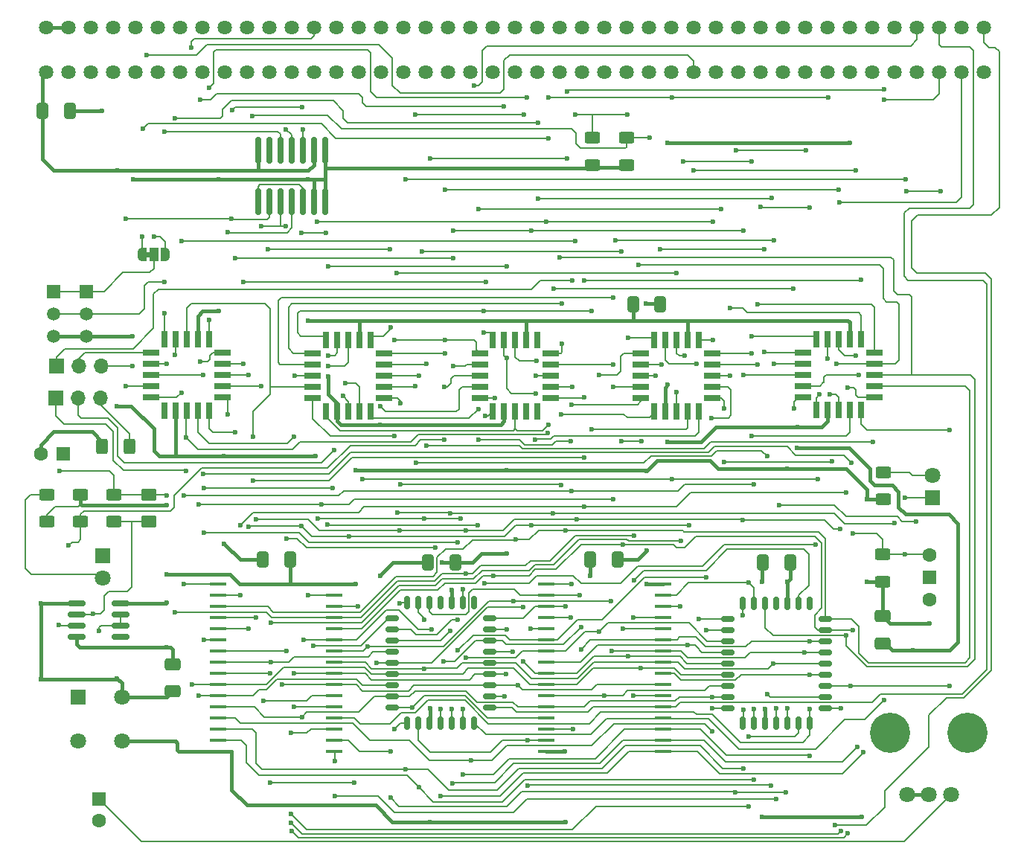
<source format=gbr>
%TF.GenerationSoftware,KiCad,Pcbnew,8.0.3*%
%TF.CreationDate,2025-02-20T16:06:23+01:00*%
%TF.ProjectId,DeMoN-Flash-J,44654d6f-4e2d-4466-9c61-73682d4a2e6b,rev?*%
%TF.SameCoordinates,Original*%
%TF.FileFunction,Copper,L1,Top*%
%TF.FilePolarity,Positive*%
%FSLAX46Y46*%
G04 Gerber Fmt 4.6, Leading zero omitted, Abs format (unit mm)*
G04 Created by KiCad (PCBNEW 8.0.3) date 2025-02-20 16:06:23*
%MOMM*%
%LPD*%
G01*
G04 APERTURE LIST*
G04 Aperture macros list*
%AMRoundRect*
0 Rectangle with rounded corners*
0 $1 Rounding radius*
0 $2 $3 $4 $5 $6 $7 $8 $9 X,Y pos of 4 corners*
0 Add a 4 corners polygon primitive as box body*
4,1,4,$2,$3,$4,$5,$6,$7,$8,$9,$2,$3,0*
0 Add four circle primitives for the rounded corners*
1,1,$1+$1,$2,$3*
1,1,$1+$1,$4,$5*
1,1,$1+$1,$6,$7*
1,1,$1+$1,$8,$9*
0 Add four rect primitives between the rounded corners*
20,1,$1+$1,$2,$3,$4,$5,0*
20,1,$1+$1,$4,$5,$6,$7,0*
20,1,$1+$1,$6,$7,$8,$9,0*
20,1,$1+$1,$8,$9,$2,$3,0*%
%AMFreePoly0*
4,1,19,0.550000,-0.750000,0.000000,-0.750000,0.000000,-0.744911,-0.071157,-0.744911,-0.207708,-0.704816,-0.327430,-0.627875,-0.420627,-0.520320,-0.479746,-0.390866,-0.500000,-0.250000,-0.500000,0.250000,-0.479746,0.390866,-0.420627,0.520320,-0.327430,0.627875,-0.207708,0.704816,-0.071157,0.744911,0.000000,0.744911,0.000000,0.750000,0.550000,0.750000,0.550000,-0.750000,0.550000,-0.750000,
$1*%
%AMFreePoly1*
4,1,19,0.000000,0.744911,0.071157,0.744911,0.207708,0.704816,0.327430,0.627875,0.420627,0.520320,0.479746,0.390866,0.500000,0.250000,0.500000,-0.250000,0.479746,-0.390866,0.420627,-0.520320,0.327430,-0.627875,0.207708,-0.704816,0.071157,-0.744911,0.000000,-0.744911,0.000000,-0.750000,-0.550000,-0.750000,-0.550000,0.750000,0.000000,0.750000,0.000000,0.744911,0.000000,0.744911,
$1*%
G04 Aperture macros list end*
%TA.AperFunction,EtchedComponent*%
%ADD10C,0.000000*%
%TD*%
%TA.AperFunction,ComponentPad*%
%ADD11R,1.500000X1.500000*%
%TD*%
%TA.AperFunction,ComponentPad*%
%ADD12C,1.600000*%
%TD*%
%TA.AperFunction,ComponentPad*%
%ADD13C,1.500000*%
%TD*%
%TA.AperFunction,ComponentPad*%
%ADD14R,1.600000X1.600000*%
%TD*%
%TA.AperFunction,ComponentPad*%
%ADD15R,1.800000X1.800000*%
%TD*%
%TA.AperFunction,ComponentPad*%
%ADD16C,1.800000*%
%TD*%
%TA.AperFunction,SMDPad,CuDef*%
%ADD17RoundRect,0.250000X-0.412500X-0.650000X0.412500X-0.650000X0.412500X0.650000X-0.412500X0.650000X0*%
%TD*%
%TA.AperFunction,ComponentPad*%
%ADD18R,1.700000X1.700000*%
%TD*%
%TA.AperFunction,ComponentPad*%
%ADD19O,1.700000X1.700000*%
%TD*%
%TA.AperFunction,SMDPad,CuDef*%
%ADD20R,0.700000X1.925000*%
%TD*%
%TA.AperFunction,SMDPad,CuDef*%
%ADD21R,1.925000X0.700000*%
%TD*%
%TA.AperFunction,SMDPad,CuDef*%
%ADD22R,1.981000X0.457000*%
%TD*%
%TA.AperFunction,SMDPad,CuDef*%
%ADD23RoundRect,0.250000X-0.625000X0.400000X-0.625000X-0.400000X0.625000X-0.400000X0.625000X0.400000X0*%
%TD*%
%TA.AperFunction,SMDPad,CuDef*%
%ADD24RoundRect,0.250000X-0.650000X0.412500X-0.650000X-0.412500X0.650000X-0.412500X0.650000X0.412500X0*%
%TD*%
%TA.AperFunction,ComponentPad*%
%ADD25C,1.635000*%
%TD*%
%TA.AperFunction,SMDPad,CuDef*%
%ADD26RoundRect,0.250000X0.412500X0.650000X-0.412500X0.650000X-0.412500X-0.650000X0.412500X-0.650000X0*%
%TD*%
%TA.AperFunction,SMDPad,CuDef*%
%ADD27RoundRect,0.150000X-0.150000X-0.587500X0.150000X-0.587500X0.150000X0.587500X-0.150000X0.587500X0*%
%TD*%
%TA.AperFunction,SMDPad,CuDef*%
%ADD28RoundRect,0.150000X-0.587500X-0.150000X0.587500X-0.150000X0.587500X0.150000X-0.587500X0.150000X0*%
%TD*%
%TA.AperFunction,SMDPad,CuDef*%
%ADD29RoundRect,0.150000X-0.150000X1.350000X-0.150000X-1.350000X0.150000X-1.350000X0.150000X1.350000X0*%
%TD*%
%TA.AperFunction,ComponentPad*%
%ADD30C,4.575000*%
%TD*%
%TA.AperFunction,SMDPad,CuDef*%
%ADD31RoundRect,0.150000X-0.825000X-0.150000X0.825000X-0.150000X0.825000X0.150000X-0.825000X0.150000X0*%
%TD*%
%TA.AperFunction,SMDPad,CuDef*%
%ADD32FreePoly0,0.000000*%
%TD*%
%TA.AperFunction,SMDPad,CuDef*%
%ADD33R,1.000000X1.500000*%
%TD*%
%TA.AperFunction,SMDPad,CuDef*%
%ADD34FreePoly1,0.000000*%
%TD*%
%TA.AperFunction,SMDPad,CuDef*%
%ADD35RoundRect,0.250001X0.624999X-0.462499X0.624999X0.462499X-0.624999X0.462499X-0.624999X-0.462499X0*%
%TD*%
%TA.AperFunction,SMDPad,CuDef*%
%ADD36RoundRect,0.250000X-0.400000X-0.625000X0.400000X-0.625000X0.400000X0.625000X-0.400000X0.625000X0*%
%TD*%
%TA.AperFunction,ViaPad*%
%ADD37C,0.600000*%
%TD*%
%TA.AperFunction,Conductor*%
%ADD38C,0.400000*%
%TD*%
%TA.AperFunction,Conductor*%
%ADD39C,0.200000*%
%TD*%
G04 APERTURE END LIST*
D10*
%TA.AperFunction,EtchedComponent*%
%TO.C,JP3*%
G36*
X99883400Y-65317200D02*
G01*
X99383400Y-65317200D01*
X99383400Y-64717200D01*
X99883400Y-64717200D01*
X99883400Y-65317200D01*
G37*
%TD.AperFunction*%
%TD*%
D11*
%TO.P,SW2,1,B*%
%TO.N,Net-(D1-K)*%
X188500000Y-101690000D03*
D12*
%TO.P,SW2,2,C*%
%TO.N,GND*%
X188500000Y-104230000D03*
%TO.P,SW2,3,A*%
%TO.N,Net-(D1-K)*%
X188500000Y-99150000D03*
%TD*%
D11*
%TO.P,Q2,1,D*%
%TO.N,Net-(JP3-C)*%
X88900000Y-69200000D03*
D13*
%TO.P,Q2,2,G*%
%TO.N,Net-(Q1-G)*%
X88900000Y-71740000D03*
%TO.P,Q2,3,S*%
%TO.N,+5V*%
X88900000Y-74280000D03*
%TD*%
D14*
%TO.P,C1,1*%
%TO.N,Net-(U11-DIS)*%
X94000000Y-126944888D03*
D12*
%TO.P,C1,2*%
%TO.N,GND*%
X94000000Y-129444888D03*
%TD*%
D15*
%TO.P,D2,1,K*%
%TO.N,GND*%
X94450000Y-99225000D03*
D16*
%TO.P,D2,2,A*%
%TO.N,Net-(D2-A)*%
X94450000Y-101765000D03*
%TD*%
D17*
%TO.P,C10,1*%
%TO.N,GND*%
X112665900Y-99722200D03*
%TO.P,C10,2*%
%TO.N,+5V*%
X115790900Y-99722200D03*
%TD*%
D11*
%TO.P,Q1,1,D*%
%TO.N,Net-(JP3-C)*%
X92600000Y-69200000D03*
D13*
%TO.P,Q1,2,G*%
%TO.N,Net-(Q1-G)*%
X92600000Y-71740000D03*
%TO.P,Q1,3,S*%
%TO.N,+5V*%
X92600000Y-74280000D03*
%TD*%
D18*
%TO.P,JP1,1,A*%
%TO.N,Net-(JP1-A)*%
X89128400Y-81342200D03*
D19*
%TO.P,JP1,2,C*%
%TO.N,Net-(JP1-C)*%
X91668400Y-81342200D03*
%TO.P,JP1,3,B*%
%TO.N,Net-(JP1-B)*%
X94208400Y-81342200D03*
%TD*%
D20*
%TO.P,U4,1,I1/CLK*%
%TO.N,Net-(U2-IO1)*%
X122400000Y-74697500D03*
%TO.P,U4,2,I2*%
%TO.N,Net-(U2-IO7)*%
X121130000Y-74697500D03*
%TO.P,U4,3,I3*%
%TO.N,Net-(U2-IO8)*%
X119860000Y-74697500D03*
D21*
%TO.P,U4,4,I4*%
%TO.N,Net-(U3-IO2)*%
X118347500Y-76210000D03*
%TO.P,U4,5,I5*%
%TO.N,Net-(U3-I03)*%
X118347500Y-77480000D03*
%TO.P,U4,6,I6*%
%TO.N,/~{OE}*%
X118347500Y-78750000D03*
%TO.P,U4,7,I7*%
%TO.N,/~{AS}*%
X118347500Y-80020000D03*
%TO.P,U4,8,I8*%
%TO.N,/~{UDS}*%
X118347500Y-81290000D03*
D20*
%TO.P,U4,9,I9*%
%TO.N,/~{LDS}*%
X119860000Y-82802500D03*
%TO.P,U4,10,GND*%
%TO.N,GND*%
X121130000Y-82802500D03*
%TO.P,U4,11,I10/~{OE}*%
%TO.N,Net-(JP1-C)*%
X122400000Y-82802500D03*
%TO.P,U4,12,IO8*%
%TO.N,Net-(U4-IO8)*%
X123670000Y-82802500D03*
%TO.P,U4,13,IO7*%
%TO.N,Net-(U2-I8)*%
X124940000Y-82802500D03*
D21*
%TO.P,U4,14,IO6*%
%TO.N,Net-(U2-I9)*%
X126452500Y-81290000D03*
%TO.P,U4,15,IO5*%
%TO.N,Net-(U4-IO5)*%
X126452500Y-80020000D03*
%TO.P,U4,16,IO4*%
%TO.N,Net-(U4-IO4)*%
X126452500Y-78750000D03*
%TO.P,U4,17,I03*%
%TO.N,/D0*%
X126452500Y-77480000D03*
%TO.P,U4,18,IO2*%
%TO.N,/D1*%
X126452500Y-76210000D03*
D20*
%TO.P,U4,19,IO1*%
%TO.N,Net-(U10-~{CE})*%
X124940000Y-74697500D03*
%TO.P,U4,20,VCC*%
%TO.N,+5V*%
X123670000Y-74697500D03*
%TD*%
D15*
%TO.P,SW1,1,1*%
%TO.N,Net-(U3-I6)*%
X91677500Y-115377500D03*
D16*
%TO.P,SW1,2,2*%
%TO.N,GND*%
X96677500Y-115377500D03*
%TO.P,SW1,3,3*%
%TO.N,Net-(U3-I6)*%
X91677500Y-120377500D03*
%TO.P,SW1,4,4*%
%TO.N,GND*%
X96677500Y-120377500D03*
%TD*%
D22*
%TO.P,U8,1,A17*%
%TO.N,/A18*%
X144944400Y-102475000D03*
%TO.P,U8,2,A16*%
%TO.N,/A17*%
X144944400Y-103745000D03*
%TO.P,U8,3,A14*%
%TO.N,/A15*%
X144944400Y-105015000D03*
%TO.P,U8,4,A12*%
%TO.N,/A13*%
X144944400Y-106285000D03*
%TO.P,U8,5,A7*%
%TO.N,/A8*%
X144944400Y-107555000D03*
%TO.P,U8,6,A6*%
%TO.N,/A7*%
X144944400Y-108825000D03*
%TO.P,U8,7,A5*%
%TO.N,/A6*%
X144944400Y-110095000D03*
%TO.P,U8,8,A4*%
%TO.N,/A5*%
X144944400Y-111365000D03*
%TO.P,U8,9,A3*%
%TO.N,/A4*%
X144944400Y-112635000D03*
%TO.P,U8,10,A2*%
%TO.N,/A3*%
X144944400Y-113905000D03*
%TO.P,U8,11,A1*%
%TO.N,/A2*%
X144944400Y-115175000D03*
%TO.P,U8,12,A0*%
%TO.N,/A1*%
X144944400Y-116445000D03*
%TO.P,U8,13,I/O0*%
%TO.N,/D0*%
X144944400Y-117715000D03*
%TO.P,U8,14,I/O1*%
%TO.N,/D1*%
X144944400Y-118985000D03*
%TO.P,U8,15,I/O2*%
%TO.N,/D2*%
X144944400Y-120255000D03*
%TO.P,U8,16,GND*%
%TO.N,GND*%
X144944400Y-121525000D03*
%TO.P,U8,17,I/O3*%
%TO.N,/D3*%
X158172400Y-121525000D03*
%TO.P,U8,18,I/O4*%
%TO.N,/D4*%
X158172400Y-120255000D03*
%TO.P,U8,19,I/O5*%
%TO.N,/D5*%
X158172400Y-118985000D03*
%TO.P,U8,20,I/O6*%
%TO.N,/D6*%
X158172400Y-117715000D03*
%TO.P,U8,21,I/O7*%
%TO.N,/D7*%
X158172400Y-116445000D03*
%TO.P,U8,22,~{CE}*%
%TO.N,Net-(U4-IO4)*%
X158172400Y-115175000D03*
%TO.P,U8,23,A10*%
%TO.N,/A11*%
X158172400Y-113905000D03*
%TO.P,U8,24,~{OE}*%
%TO.N,/~{OE}*%
X158172400Y-112635000D03*
%TO.P,U8,25,A11*%
%TO.N,/A12*%
X158172400Y-111365000D03*
%TO.P,U8,26,A9*%
%TO.N,/A10*%
X158172400Y-110095000D03*
%TO.P,U8,27,A8*%
%TO.N,/A9*%
X158172400Y-108825000D03*
%TO.P,U8,28,A13*%
%TO.N,/A14*%
X158172400Y-107555000D03*
%TO.P,U8,29,~{WE}*%
%TO.N,/R_W*%
X158172400Y-106285000D03*
%TO.P,U8,30,A18*%
%TO.N,/A19*%
X158172400Y-105015000D03*
%TO.P,U8,31,A15*%
%TO.N,/A16*%
X158172400Y-103745000D03*
%TO.P,U8,32,VDD*%
%TO.N,+5V*%
X158172400Y-102475000D03*
%TD*%
D23*
%TO.P,R3,1*%
%TO.N,Net-(D1-A)*%
X183300000Y-89750000D03*
%TO.P,R3,2*%
%TO.N,+5V*%
X183300000Y-92850000D03*
%TD*%
D24*
%TO.P,C2,1*%
%TO.N,+5V*%
X102400000Y-111587500D03*
%TO.P,C2,2*%
%TO.N,GND*%
X102400000Y-114712500D03*
%TD*%
D25*
%TO.P,CN1,1,1*%
%TO.N,GND*%
X88060000Y-44200000D03*
%TO.P,CN1,2,2*%
X88060000Y-39120000D03*
%TO.P,CN1,3,3*%
X90600000Y-44200000D03*
%TO.P,CN1,4,4*%
X90600000Y-39120000D03*
%TO.P,CN1,5,5*%
%TO.N,unconnected-(CN1-Pad5)*%
X93140000Y-44200000D03*
%TO.P,CN1,6,6*%
%TO.N,+5V*%
X93140000Y-39120000D03*
%TO.P,CN1,7,7*%
%TO.N,unconnected-(CN1-Pad7)*%
X95680000Y-44200000D03*
%TO.P,CN1,8,8*%
%TO.N,unconnected-(CN1-Pad8)*%
X95680000Y-39120000D03*
%TO.P,CN1,9,9*%
%TO.N,unconnected-(CN1-Pad9)*%
X98220000Y-44200000D03*
%TO.P,CN1,10,10*%
%TO.N,unconnected-(CN1-Pad10)*%
X98220000Y-39120000D03*
%TO.P,CN1,11,11*%
%TO.N,unconnected-(CN1-Pad11)*%
X100760000Y-44200000D03*
%TO.P,CN1,12,12*%
%TO.N,unconnected-(CN1-Pad12)*%
X100760000Y-39120000D03*
%TO.P,CN1,13,13*%
%TO.N,unconnected-(CN1-Pad13)*%
X103300000Y-44200000D03*
%TO.P,CN1,14,14*%
%TO.N,unconnected-(CN1-Pad14)*%
X103300000Y-39120000D03*
%TO.P,CN1,15,15*%
%TO.N,unconnected-(CN1-Pad15)*%
X105840000Y-44200000D03*
%TO.P,CN1,16,16*%
%TO.N,unconnected-(CN1-Pad16)*%
X105840000Y-39120000D03*
%TO.P,CN1,17,17*%
%TO.N,unconnected-(CN1-Pad17)*%
X108380000Y-44200000D03*
%TO.P,CN1,18,18*%
%TO.N,unconnected-(CN1-Pad18)*%
X108380000Y-39120000D03*
%TO.P,CN1,19,19*%
%TO.N,unconnected-(CN1-Pad19)*%
X110920000Y-44200000D03*
%TO.P,CN1,20,20*%
%TO.N,unconnected-(CN1-Pad20)*%
X110920000Y-39120000D03*
%TO.P,CN1,21,21*%
%TO.N,/A5*%
X113460000Y-44200000D03*
%TO.P,CN1,22,22*%
%TO.N,unconnected-(CN1-Pad22)*%
X113460000Y-39120000D03*
%TO.P,CN1,23,23*%
%TO.N,/A6*%
X116000000Y-44200000D03*
%TO.P,CN1,24,24*%
%TO.N,/A4*%
X116000000Y-39120000D03*
%TO.P,CN1,25,25*%
%TO.N,unconnected-(CN1-Pad25)*%
X118540000Y-44200000D03*
%TO.P,CN1,26,26*%
%TO.N,/A3*%
X118540000Y-39120000D03*
%TO.P,CN1,27,27*%
%TO.N,/A2*%
X121080000Y-44200000D03*
%TO.P,CN1,28,28*%
%TO.N,/A7*%
X121080000Y-39120000D03*
%TO.P,CN1,29,29*%
%TO.N,/A1*%
X123620000Y-44200000D03*
%TO.P,CN1,30,30*%
%TO.N,/A8*%
X123620000Y-39120000D03*
%TO.P,CN1,31,31*%
%TO.N,/~{FC0}*%
X126160000Y-44200000D03*
%TO.P,CN1,32,32*%
%TO.N,/A9*%
X126160000Y-39120000D03*
%TO.P,CN1,33,33*%
%TO.N,/~{FC1}*%
X128700000Y-44200000D03*
%TO.P,CN1,34,34*%
%TO.N,/A10*%
X128700000Y-39120000D03*
%TO.P,CN1,35,35*%
%TO.N,unconnected-(CN1-Pad35)*%
X131240000Y-44200000D03*
%TO.P,CN1,36,36*%
%TO.N,/A11*%
X131240000Y-39120000D03*
%TO.P,CN1,37,37*%
%TO.N,unconnected-(CN1-Pad37)*%
X133780000Y-44200000D03*
%TO.P,CN1,38,38*%
%TO.N,/A12*%
X133780000Y-39120000D03*
%TO.P,CN1,39,39*%
%TO.N,/A13*%
X136320000Y-44200000D03*
%TO.P,CN1,40,40*%
%TO.N,/~{IPL0}*%
X136320000Y-39120000D03*
%TO.P,CN1,41,41*%
%TO.N,/A14*%
X138860000Y-44200000D03*
%TO.P,CN1,42,42*%
%TO.N,/~{IPL1}*%
X138860000Y-39120000D03*
%TO.P,CN1,43,43*%
%TO.N,/A15*%
X141400000Y-44200000D03*
%TO.P,CN1,44,44*%
%TO.N,/~{IPL2}*%
X141400000Y-39120000D03*
%TO.P,CN1,45,45*%
%TO.N,/A16*%
X143940000Y-44200000D03*
%TO.P,CN1,46,46*%
%TO.N,unconnected-(CN1-Pad46)*%
X143940000Y-39120000D03*
%TO.P,CN1,47,47*%
%TO.N,/A17*%
X146480000Y-44200000D03*
%TO.P,CN1,48,48*%
%TO.N,unconnected-(CN1-Pad48)*%
X146480000Y-39120000D03*
%TO.P,CN1,49,49*%
%TO.N,unconnected-(CN1-Pad49)*%
X149020000Y-44200000D03*
%TO.P,CN1,50,50*%
%TO.N,unconnected-(CN1-Pad50)*%
X149020000Y-39120000D03*
%TO.P,CN1,51,51*%
%TO.N,unconnected-(CN1-Pad51)*%
X151560000Y-44200000D03*
%TO.P,CN1,52,52*%
%TO.N,/A18*%
X151560000Y-39120000D03*
%TO.P,CN1,53,53*%
%TO.N,/~{RST}*%
X154100000Y-44200000D03*
%TO.P,CN1,54,54*%
%TO.N,/A19*%
X154100000Y-39120000D03*
%TO.P,CN1,55,55*%
%TO.N,/~{HLT}*%
X156640000Y-44200000D03*
%TO.P,CN1,56,56*%
%TO.N,/A20*%
X156640000Y-39120000D03*
%TO.P,CN1,57,57*%
%TO.N,/A22*%
X159180000Y-44200000D03*
%TO.P,CN1,58,58*%
%TO.N,/A21*%
X159180000Y-39120000D03*
%TO.P,CN1,59,59*%
%TO.N,/A23*%
X161720000Y-44200000D03*
%TO.P,CN1,60,60*%
%TO.N,unconnected-(CN1-Pad60)*%
X161720000Y-39120000D03*
%TO.P,CN1,61,61*%
%TO.N,unconnected-(CN1-Pad61)*%
X164260000Y-44200000D03*
%TO.P,CN1,62,62*%
%TO.N,unconnected-(CN1-Pad62)*%
X164260000Y-39120000D03*
%TO.P,CN1,63,63*%
%TO.N,/D15*%
X166800000Y-44200000D03*
%TO.P,CN1,64,64*%
%TO.N,unconnected-(CN1-Pad64)*%
X166800000Y-39120000D03*
%TO.P,CN1,65,65*%
%TO.N,/D14*%
X169340000Y-44200000D03*
%TO.P,CN1,66,66*%
%TO.N,unconnected-(CN1-Pad66)*%
X169340000Y-39120000D03*
%TO.P,CN1,67,67*%
%TO.N,/D13*%
X171880000Y-44200000D03*
%TO.P,CN1,68,68*%
%TO.N,/R_W*%
X171880000Y-39120000D03*
%TO.P,CN1,69,69*%
%TO.N,/D12*%
X174420000Y-44200000D03*
%TO.P,CN1,70,70*%
%TO.N,/~{LDS}*%
X174420000Y-39120000D03*
%TO.P,CN1,71,71*%
%TO.N,/D11*%
X176960000Y-44200000D03*
%TO.P,CN1,72,72*%
%TO.N,/~{UDS}*%
X176960000Y-39120000D03*
%TO.P,CN1,73,73*%
%TO.N,GND*%
X179500000Y-44200000D03*
%TO.P,CN1,74,74*%
%TO.N,/~{AS}*%
X179500000Y-39120000D03*
%TO.P,CN1,75,75*%
%TO.N,/D0*%
X182040000Y-44200000D03*
%TO.P,CN1,76,76*%
%TO.N,/D10*%
X182040000Y-39120000D03*
%TO.P,CN1,77,77*%
%TO.N,/D1*%
X184580000Y-44200000D03*
%TO.P,CN1,78,78*%
%TO.N,/D9*%
X184580000Y-39120000D03*
%TO.P,CN1,79,79*%
%TO.N,/D2*%
X187120000Y-44200000D03*
%TO.P,CN1,80,80*%
%TO.N,/D8*%
X187120000Y-39120000D03*
%TO.P,CN1,81,81*%
%TO.N,/D3*%
X189660000Y-44200000D03*
%TO.P,CN1,82,82*%
%TO.N,/D7*%
X189660000Y-39120000D03*
%TO.P,CN1,83,83*%
%TO.N,/D4*%
X192200000Y-44200000D03*
%TO.P,CN1,84,84*%
%TO.N,/D6*%
X192200000Y-39120000D03*
%TO.P,CN1,85,85*%
%TO.N,unconnected-(CN1-Pad85)*%
X194740000Y-44200000D03*
%TO.P,CN1,86,86*%
%TO.N,/D5*%
X194740000Y-39120000D03*
%TD*%
D26*
%TO.P,C7,1*%
%TO.N,+5V*%
X172670900Y-100000000D03*
%TO.P,C7,2*%
%TO.N,GND*%
X169545900Y-100000000D03*
%TD*%
D23*
%TO.P,R1,1*%
%TO.N,/~{HLT}*%
X154050000Y-51700000D03*
%TO.P,R1,2*%
%TO.N,+5V*%
X154050000Y-54800000D03*
%TD*%
D26*
%TO.P,C4,1*%
%TO.N,GND*%
X157912500Y-70650000D03*
%TO.P,C4,2*%
%TO.N,+5V*%
X154787500Y-70650000D03*
%TD*%
D27*
%TO.P,U9,1,NC_1*%
%TO.N,unconnected-(U9-NC_1-Pad1)*%
X171108400Y-104679700D03*
%TO.P,U9,2,A16*%
%TO.N,/A17*%
X169838400Y-104679700D03*
%TO.P,U9,3,A15*%
%TO.N,/A16*%
X168568400Y-104679700D03*
%TO.P,U9,4,A12*%
%TO.N,/A13*%
X167298400Y-104679700D03*
D28*
%TO.P,U9,5,A7*%
%TO.N,/A8*%
X165545900Y-106437200D03*
%TO.P,U9,6,A6*%
%TO.N,/A7*%
X165545900Y-107707200D03*
%TO.P,U9,7,A5*%
%TO.N,/A6*%
X165545900Y-108977200D03*
%TO.P,U9,8,A4*%
%TO.N,/A5*%
X165545900Y-110247200D03*
%TO.P,U9,9,A3*%
%TO.N,/A4*%
X165545900Y-111517200D03*
%TO.P,U9,10,A2*%
%TO.N,/A3*%
X165545900Y-112787200D03*
%TO.P,U9,11,A1*%
%TO.N,/A2*%
X165545900Y-114057200D03*
%TO.P,U9,12,A0*%
%TO.N,/A1*%
X165545900Y-115327200D03*
%TO.P,U9,13,I/O0*%
%TO.N,/D8*%
X165545900Y-116597200D03*
D27*
%TO.P,U9,14,I/O1*%
%TO.N,/D9*%
X167298400Y-118354700D03*
%TO.P,U9,15,I/O2*%
%TO.N,/D10*%
X168568400Y-118354700D03*
%TO.P,U9,16,GND*%
%TO.N,GND*%
X169838400Y-118354700D03*
%TO.P,U9,17,I/O3*%
%TO.N,/D11*%
X171108400Y-118354700D03*
%TO.P,U9,18,I/O4*%
%TO.N,/D12*%
X172378400Y-118354700D03*
%TO.P,U9,19,I/O5*%
%TO.N,/D13*%
X173648400Y-118354700D03*
%TO.P,U9,20,I/O6*%
%TO.N,/D14*%
X174918400Y-118354700D03*
D28*
%TO.P,U9,21,I/O7*%
%TO.N,/D15*%
X176670900Y-116597200D03*
%TO.P,U9,22,~{CE}*%
%TO.N,Net-(U4-IO5)*%
X176670900Y-115327200D03*
%TO.P,U9,23,A10*%
%TO.N,/A11*%
X176670900Y-114057200D03*
%TO.P,U9,24,~{OE}*%
%TO.N,/~{OE}*%
X176670900Y-112787200D03*
%TO.P,U9,25,A11*%
%TO.N,/A12*%
X176670900Y-111517200D03*
%TO.P,U9,26,A9*%
%TO.N,/A10*%
X176670900Y-110247200D03*
%TO.P,U9,27,A8*%
%TO.N,/A9*%
X176670900Y-108977200D03*
%TO.P,U9,28,A13*%
%TO.N,/A14*%
X176670900Y-107707200D03*
%TO.P,U9,29,A14*%
%TO.N,/A15*%
X176670900Y-106437200D03*
D27*
%TO.P,U9,30,NC_2*%
%TO.N,unconnected-(U9-NC_2-Pad30)*%
X174918400Y-104679700D03*
%TO.P,U9,31,~{WE}*%
%TO.N,/R_W*%
X173648400Y-104679700D03*
%TO.P,U9,32,VCC*%
%TO.N,+5V*%
X172378400Y-104679700D03*
%TD*%
D23*
%TO.P,R6,1*%
%TO.N,+5V*%
X91950000Y-92300000D03*
%TO.P,R6,2*%
%TO.N,Net-(U3-I6)*%
X91950000Y-95400000D03*
%TD*%
D14*
%TO.P,C6,1*%
%TO.N,Net-(D3-K)*%
X89950000Y-87650000D03*
D12*
%TO.P,C6,2*%
%TO.N,GND*%
X87450000Y-87650000D03*
%TD*%
D26*
%TO.P,C9,1*%
%TO.N,+5V*%
X134560900Y-100000000D03*
%TO.P,C9,2*%
%TO.N,GND*%
X131435900Y-100000000D03*
%TD*%
D20*
%TO.P,U3,1,I1/CLK*%
%TO.N,Net-(U2-IO1)*%
X141400000Y-74697500D03*
%TO.P,U3,2,I2*%
%TO.N,Net-(U2-IO7)*%
X140130000Y-74697500D03*
%TO.P,U3,3,I3*%
%TO.N,Net-(U2-IO8)*%
X138860000Y-74697500D03*
D21*
%TO.P,U3,4,I4*%
%TO.N,/~{UDS}*%
X137347500Y-76210000D03*
%TO.P,U3,5,I5*%
%TO.N,Net-(U3-I5)*%
X137347500Y-77480000D03*
%TO.P,U3,6,I6*%
%TO.N,Net-(U3-I6)*%
X137347500Y-78750000D03*
%TO.P,U3,7,I7*%
%TO.N,/~{FC0}*%
X137347500Y-80020000D03*
%TO.P,U3,8,I8*%
%TO.N,Net-(U2-IO6)*%
X137347500Y-81290000D03*
D20*
%TO.P,U3,9,I9*%
%TO.N,/~{OE}*%
X138860000Y-82802500D03*
%TO.P,U3,10,GND*%
%TO.N,GND*%
X140130000Y-82802500D03*
%TO.P,U3,11,I10/~{OE}*%
%TO.N,/~{LDS}*%
X141400000Y-82802500D03*
%TO.P,U3,12,IO8*%
%TO.N,unconnected-(U3-IO8-Pad12)*%
X142670000Y-82802500D03*
%TO.P,U3,13,IO7*%
%TO.N,unconnected-(U3-IO7-Pad13)*%
X143940000Y-82802500D03*
D21*
%TO.P,U3,14,IO6*%
%TO.N,/~{AS}*%
X145452500Y-81290000D03*
%TO.P,U3,15,IO5*%
%TO.N,Net-(JP2-A)*%
X145452500Y-80020000D03*
%TO.P,U3,16,IO4*%
%TO.N,Net-(JP1-A)*%
X145452500Y-78750000D03*
%TO.P,U3,17,I03*%
%TO.N,Net-(U3-I03)*%
X145452500Y-77480000D03*
%TO.P,U3,18,IO2*%
%TO.N,Net-(U3-IO2)*%
X145452500Y-76210000D03*
D20*
%TO.P,U3,19,IO1*%
%TO.N,unconnected-(U3-IO1-Pad19)*%
X143940000Y-74697500D03*
%TO.P,U3,20,VCC*%
%TO.N,+5V*%
X142670000Y-74697500D03*
%TD*%
D22*
%TO.P,U10,1,A17*%
%TO.N,/A18*%
X107594400Y-102475000D03*
%TO.P,U10,2,A16*%
%TO.N,/A17*%
X107594400Y-103745000D03*
%TO.P,U10,3,A14*%
%TO.N,/A15*%
X107594400Y-105015000D03*
%TO.P,U10,4,A12*%
%TO.N,/A13*%
X107594400Y-106285000D03*
%TO.P,U10,5,A7*%
%TO.N,/A8*%
X107594400Y-107555000D03*
%TO.P,U10,6,A6*%
%TO.N,/A7*%
X107594400Y-108825000D03*
%TO.P,U10,7,A5*%
%TO.N,/A6*%
X107594400Y-110095000D03*
%TO.P,U10,8,A4*%
%TO.N,/A5*%
X107594400Y-111365000D03*
%TO.P,U10,9,A3*%
%TO.N,/A4*%
X107594400Y-112635000D03*
%TO.P,U10,10,A2*%
%TO.N,/A3*%
X107594400Y-113905000D03*
%TO.P,U10,11,A1*%
%TO.N,/A2*%
X107594400Y-115175000D03*
%TO.P,U10,12,A0*%
%TO.N,/A1*%
X107594400Y-116445000D03*
%TO.P,U10,13,I/O0*%
%TO.N,/D8*%
X107594400Y-117715000D03*
%TO.P,U10,14,I/O1*%
%TO.N,/D9*%
X107594400Y-118985000D03*
%TO.P,U10,15,I/O2*%
%TO.N,/D10*%
X107594400Y-120255000D03*
%TO.P,U10,16,GND*%
%TO.N,GND*%
X107594400Y-121525000D03*
%TO.P,U10,17,I/O3*%
%TO.N,/D11*%
X120822400Y-121525000D03*
%TO.P,U10,18,I/O4*%
%TO.N,/D12*%
X120822400Y-120255000D03*
%TO.P,U10,19,I/O5*%
%TO.N,/D13*%
X120822400Y-118985000D03*
%TO.P,U10,20,I/O6*%
%TO.N,/D14*%
X120822400Y-117715000D03*
%TO.P,U10,21,I/O7*%
%TO.N,/D15*%
X120822400Y-116445000D03*
%TO.P,U10,22,~{CE}*%
%TO.N,Net-(U10-~{CE})*%
X120822400Y-115175000D03*
%TO.P,U10,23,A10*%
%TO.N,/A11*%
X120822400Y-113905000D03*
%TO.P,U10,24,~{OE}*%
%TO.N,/~{OE}*%
X120822400Y-112635000D03*
%TO.P,U10,25,A11*%
%TO.N,/A12*%
X120822400Y-111365000D03*
%TO.P,U10,26,A9*%
%TO.N,/A10*%
X120822400Y-110095000D03*
%TO.P,U10,27,A8*%
%TO.N,/A9*%
X120822400Y-108825000D03*
%TO.P,U10,28,A13*%
%TO.N,/A14*%
X120822400Y-107555000D03*
%TO.P,U10,29,~{WE}*%
%TO.N,/R_W*%
X120822400Y-106285000D03*
%TO.P,U10,30,A18*%
%TO.N,/A19*%
X120822400Y-105015000D03*
%TO.P,U10,31,A15*%
%TO.N,/A16*%
X120822400Y-103745000D03*
%TO.P,U10,32,VDD*%
%TO.N,+5V*%
X120822400Y-102475000D03*
%TD*%
D15*
%TO.P,D1,1,K*%
%TO.N,Net-(D1-K)*%
X188850000Y-92700000D03*
D16*
%TO.P,D1,2,A*%
%TO.N,Net-(D1-A)*%
X188850000Y-90160000D03*
%TD*%
D20*
%TO.P,U1,1,I1/CLK*%
%TO.N,/A23*%
X178200000Y-74597500D03*
%TO.P,U1,2,I2*%
%TO.N,/A22*%
X176930000Y-74597500D03*
%TO.P,U1,3,I3*%
%TO.N,/A21*%
X175660000Y-74597500D03*
D21*
%TO.P,U1,4,I4*%
%TO.N,/A20*%
X174147500Y-76110000D03*
%TO.P,U1,5,I5*%
%TO.N,/A18*%
X174147500Y-77380000D03*
%TO.P,U1,6,I6*%
%TO.N,/A16*%
X174147500Y-78650000D03*
%TO.P,U1,7,I7*%
%TO.N,/A14*%
X174147500Y-79920000D03*
%TO.P,U1,8,I8*%
%TO.N,/A12*%
X174147500Y-81190000D03*
D20*
%TO.P,U1,9,I9*%
%TO.N,/A10*%
X175660000Y-82702500D03*
%TO.P,U1,10,GND*%
%TO.N,GND*%
X176930000Y-82702500D03*
%TO.P,U1,11,I10/~{OE}*%
%TO.N,/A9*%
X178200000Y-82702500D03*
%TO.P,U1,12,IO8*%
%TO.N,Net-(U1-IO8)*%
X179470000Y-82702500D03*
%TO.P,U1,13,IO7*%
%TO.N,/A11*%
X180740000Y-82702500D03*
D21*
%TO.P,U1,14,IO6*%
%TO.N,/A13*%
X182252500Y-81190000D03*
%TO.P,U1,15,IO5*%
%TO.N,/A15*%
X182252500Y-79920000D03*
%TO.P,U1,16,IO4*%
%TO.N,/A17*%
X182252500Y-78650000D03*
%TO.P,U1,17,I03*%
%TO.N,/A19*%
X182252500Y-77380000D03*
%TO.P,U1,18,IO2*%
%TO.N,Net-(U1-IO2)*%
X182252500Y-76110000D03*
D20*
%TO.P,U1,19,IO1*%
%TO.N,Net-(U1-IO1)*%
X180740000Y-74597500D03*
%TO.P,U1,20,VCC*%
%TO.N,+5V*%
X179470000Y-74597500D03*
%TD*%
%TO.P,U5,1,I1/CLK*%
%TO.N,/~{AS}*%
X104000000Y-74647500D03*
%TO.P,U5,2,I2*%
%TO.N,/R_W*%
X102730000Y-74647500D03*
%TO.P,U5,3,I3*%
%TO.N,Net-(Q1-G)*%
X101460000Y-74647500D03*
D21*
%TO.P,U5,4,I4*%
%TO.N,Net-(JP2-C)*%
X99947500Y-76160000D03*
%TO.P,U5,5,I5*%
%TO.N,Net-(D3-A)*%
X99947500Y-77430000D03*
%TO.P,U5,6,I6*%
%TO.N,Net-(D1-K)*%
X99947500Y-78700000D03*
%TO.P,U5,7,I7*%
%TO.N,Net-(U5-I7)*%
X99947500Y-79970000D03*
%TO.P,U5,8,I8*%
%TO.N,/~{RST}*%
X99947500Y-81240000D03*
D20*
%TO.P,U5,9,I9*%
%TO.N,unconnected-(U5-I9-Pad9)*%
X101460000Y-82752500D03*
%TO.P,U5,10,GND*%
%TO.N,GND*%
X102730000Y-82752500D03*
%TO.P,U5,11,I10/~{OE}*%
%TO.N,Net-(JP1-A)*%
X104000000Y-82752500D03*
%TO.P,U5,12,IO8*%
%TO.N,/~{OE}*%
X105270000Y-82752500D03*
%TO.P,U5,13,IO7*%
%TO.N,Net-(U3-I5)*%
X106540000Y-82752500D03*
D21*
%TO.P,U5,14,IO6*%
%TO.N,Net-(U5-IO6)*%
X108052500Y-81240000D03*
%TO.P,U5,15,IO5*%
%TO.N,Net-(U5-IO5)*%
X108052500Y-79970000D03*
%TO.P,U5,16,IO4*%
%TO.N,/~{HLT}*%
X108052500Y-78700000D03*
%TO.P,U5,17,I03*%
%TO.N,/~{IPL0}*%
X108052500Y-77430000D03*
%TO.P,U5,18,IO2*%
%TO.N,/~{IPL1}*%
X108052500Y-76160000D03*
D20*
%TO.P,U5,19,IO1*%
%TO.N,/~{IPL2}*%
X106540000Y-74647500D03*
%TO.P,U5,20,VCC*%
%TO.N,+5V*%
X105270000Y-74647500D03*
%TD*%
D24*
%TO.P,C3,1*%
%TO.N,+5V*%
X183200000Y-106137500D03*
%TO.P,C3,2*%
%TO.N,GND*%
X183200000Y-109262500D03*
%TD*%
D29*
%TO.P,U6,1,~{R}*%
%TO.N,+5V*%
X119760000Y-53100000D03*
%TO.P,U6,2,D*%
%TO.N,GND*%
X118490000Y-53100000D03*
%TO.P,U6,3,C*%
%TO.N,Net-(U5-I7)*%
X117220000Y-53100000D03*
%TO.P,U6,4,~{S}*%
%TO.N,Net-(U5-IO5)*%
X115950000Y-53100000D03*
%TO.P,U6,5,Q*%
%TO.N,Net-(Q1-G)*%
X114680000Y-53100000D03*
%TO.P,U6,6,~{Q}*%
%TO.N,unconnected-(U6A-~{Q}-Pad6)*%
X113410000Y-53100000D03*
%TO.P,U6,7,GND*%
%TO.N,GND*%
X112140000Y-53100000D03*
%TO.P,U6,8,~{Q}*%
%TO.N,Net-(U6B-D)*%
X112140000Y-59000000D03*
%TO.P,U6,9,Q*%
%TO.N,Net-(U5-I7)*%
X113410000Y-59000000D03*
%TO.P,U6,10,~{S}*%
%TO.N,Net-(U5-IO5)*%
X114680000Y-59000000D03*
%TO.P,U6,11,C*%
%TO.N,Net-(U5-IO6)*%
X115950000Y-59000000D03*
%TO.P,U6,12,D*%
%TO.N,Net-(U6B-D)*%
X117220000Y-59000000D03*
%TO.P,U6,13,~{R}*%
%TO.N,+5V*%
X118490000Y-59000000D03*
%TO.P,U6,14,VCC*%
X119760000Y-59000000D03*
%TD*%
D16*
%TO.P,VR1,1,CCW*%
%TO.N,+5V*%
X185958400Y-126442200D03*
%TO.P,VR1,2,WIPER*%
X188458400Y-126442200D03*
%TO.P,VR1,3,CW*%
%TO.N,Net-(U11-DIS)*%
X190958400Y-126442200D03*
D30*
%TO.P,VR1,MH1,MH1*%
%TO.N,unconnected-(VR1-PadMH1)*%
X184058400Y-119442200D03*
%TO.P,VR1,MH2,MH2*%
%TO.N,unconnected-(VR1-PadMH2)*%
X192858400Y-119442200D03*
%TD*%
D27*
%TO.P,U7,1,NC_1*%
%TO.N,unconnected-(U7-NC_1-Pad1)*%
X132933400Y-104629700D03*
%TO.P,U7,2,A16*%
%TO.N,/A17*%
X131663400Y-104629700D03*
%TO.P,U7,3,A15*%
%TO.N,/A16*%
X130393400Y-104629700D03*
%TO.P,U7,4,A12*%
%TO.N,/A13*%
X129123400Y-104629700D03*
D28*
%TO.P,U7,5,A7*%
%TO.N,/A8*%
X127370900Y-106387200D03*
%TO.P,U7,6,A6*%
%TO.N,/A7*%
X127370900Y-107657200D03*
%TO.P,U7,7,A5*%
%TO.N,/A6*%
X127370900Y-108927200D03*
%TO.P,U7,8,A4*%
%TO.N,/A5*%
X127370900Y-110197200D03*
%TO.P,U7,9,A3*%
%TO.N,/A4*%
X127370900Y-111467200D03*
%TO.P,U7,10,A2*%
%TO.N,/A3*%
X127370900Y-112737200D03*
%TO.P,U7,11,A1*%
%TO.N,/A2*%
X127370900Y-114007200D03*
%TO.P,U7,12,A0*%
%TO.N,/A1*%
X127370900Y-115277200D03*
%TO.P,U7,13,I/O0*%
%TO.N,/D0*%
X127370900Y-116547200D03*
D27*
%TO.P,U7,14,I/O1*%
%TO.N,/D1*%
X129123400Y-118304700D03*
%TO.P,U7,15,I/O2*%
%TO.N,/D2*%
X130393400Y-118304700D03*
%TO.P,U7,16,GND*%
%TO.N,GND*%
X131663400Y-118304700D03*
%TO.P,U7,17,I/O3*%
%TO.N,/D3*%
X132933400Y-118304700D03*
%TO.P,U7,18,I/O4*%
%TO.N,/D4*%
X134203400Y-118304700D03*
%TO.P,U7,19,I/O5*%
%TO.N,/D5*%
X135473400Y-118304700D03*
%TO.P,U7,20,I/O6*%
%TO.N,/D6*%
X136743400Y-118304700D03*
D28*
%TO.P,U7,21,I/O7*%
%TO.N,/D7*%
X138495900Y-116547200D03*
%TO.P,U7,22,~{CE}*%
%TO.N,Net-(U4-IO8)*%
X138495900Y-115277200D03*
%TO.P,U7,23,A10*%
%TO.N,/A11*%
X138495900Y-114007200D03*
%TO.P,U7,24,~{OE}*%
%TO.N,/~{OE}*%
X138495900Y-112737200D03*
%TO.P,U7,25,A11*%
%TO.N,/A12*%
X138495900Y-111467200D03*
%TO.P,U7,26,A9*%
%TO.N,/A10*%
X138495900Y-110197200D03*
%TO.P,U7,27,A8*%
%TO.N,/A9*%
X138495900Y-108927200D03*
%TO.P,U7,28,A13*%
%TO.N,/A14*%
X138495900Y-107657200D03*
%TO.P,U7,29,A14*%
%TO.N,/A15*%
X138495900Y-106387200D03*
D27*
%TO.P,U7,30,NC_2*%
%TO.N,unconnected-(U7-NC_2-Pad30)*%
X136743400Y-104629700D03*
%TO.P,U7,31,~{WE}*%
%TO.N,/R_W*%
X135473400Y-104629700D03*
%TO.P,U7,32,VCC*%
%TO.N,+5V*%
X134203400Y-104629700D03*
%TD*%
D31*
%TO.P,U11,1,GND*%
%TO.N,GND*%
X91525000Y-104645000D03*
%TO.P,U11,2,TR*%
%TO.N,Net-(D3-K)*%
X91525000Y-105915000D03*
%TO.P,U11,3,Q*%
%TO.N,Net-(D3-A)*%
X91525000Y-107185000D03*
%TO.P,U11,4,R*%
%TO.N,+5V*%
X91525000Y-108455000D03*
%TO.P,U11,5,CV*%
%TO.N,unconnected-(U11-CV-Pad5)*%
X96475000Y-108455000D03*
%TO.P,U11,6,THR*%
%TO.N,Net-(U11-DIS)*%
X96475000Y-107185000D03*
%TO.P,U11,7,DIS*%
X96475000Y-105915000D03*
%TO.P,U11,8,VCC*%
%TO.N,+5V*%
X96475000Y-104645000D03*
%TD*%
D23*
%TO.P,R7,1*%
%TO.N,Net-(D2-A)*%
X88100000Y-92300000D03*
%TO.P,R7,2*%
%TO.N,+5V*%
X88100000Y-95400000D03*
%TD*%
D32*
%TO.P,JP3,1,A*%
%TO.N,/A22*%
X98983400Y-65017200D03*
D33*
%TO.P,JP3,2,C*%
%TO.N,Net-(JP3-C)*%
X100283400Y-65017200D03*
D34*
%TO.P,JP3,3,B*%
%TO.N,/A23*%
X101583400Y-65017200D03*
%TD*%
D35*
%TO.P,D3,1,K*%
%TO.N,Net-(D3-K)*%
X99700000Y-95337500D03*
%TO.P,D3,2,A*%
%TO.N,Net-(D3-A)*%
X99700000Y-92362500D03*
%TD*%
D23*
%TO.P,R4,1*%
%TO.N,Net-(D1-K)*%
X183200000Y-99100000D03*
%TO.P,R4,2*%
%TO.N,+5V*%
X183200000Y-102200000D03*
%TD*%
D18*
%TO.P,JP2,1,A*%
%TO.N,Net-(JP2-A)*%
X89168400Y-77692200D03*
D19*
%TO.P,JP2,2,C*%
%TO.N,Net-(JP2-C)*%
X91708400Y-77692200D03*
%TO.P,JP2,3,B*%
%TO.N,+5V*%
X94248400Y-77692200D03*
%TD*%
D26*
%TO.P,C8,1*%
%TO.N,+5V*%
X153050900Y-99722200D03*
%TO.P,C8,2*%
%TO.N,GND*%
X149925900Y-99722200D03*
%TD*%
D23*
%TO.P,R2,1*%
%TO.N,/~{RST}*%
X150150000Y-51700000D03*
%TO.P,R2,2*%
%TO.N,+5V*%
X150150000Y-54800000D03*
%TD*%
D36*
%TO.P,R8,1*%
%TO.N,GND*%
X94383400Y-86817200D03*
%TO.P,R8,2*%
%TO.N,Net-(JP1-B)*%
X97483400Y-86817200D03*
%TD*%
D20*
%TO.P,U2,1,I1/CLK*%
%TO.N,/A8*%
X159750000Y-74697500D03*
%TO.P,U2,2,I2*%
%TO.N,/A7*%
X158480000Y-74697500D03*
%TO.P,U2,3,I3*%
%TO.N,/A4*%
X157210000Y-74697500D03*
D21*
%TO.P,U2,4,I4*%
%TO.N,/A6*%
X155697500Y-76210000D03*
%TO.P,U2,5,I5*%
%TO.N,/A5*%
X155697500Y-77480000D03*
%TO.P,U2,6,I6*%
%TO.N,/A3*%
X155697500Y-78750000D03*
%TO.P,U2,7,I7*%
%TO.N,/A2*%
X155697500Y-80020000D03*
%TO.P,U2,8,I8*%
%TO.N,Net-(U2-I8)*%
X155697500Y-81290000D03*
D20*
%TO.P,U2,9,I9*%
%TO.N,Net-(U2-I9)*%
X157210000Y-82802500D03*
%TO.P,U2,10,GND*%
%TO.N,GND*%
X158480000Y-82802500D03*
%TO.P,U2,11,I10/~{OE}*%
%TO.N,/~{FC1}*%
X159750000Y-82802500D03*
%TO.P,U2,12,IO8*%
%TO.N,Net-(U2-IO8)*%
X161020000Y-82802500D03*
%TO.P,U2,13,IO7*%
%TO.N,Net-(U2-IO7)*%
X162290000Y-82802500D03*
D21*
%TO.P,U2,14,IO6*%
%TO.N,Net-(U2-IO6)*%
X163802500Y-81290000D03*
%TO.P,U2,15,IO5*%
%TO.N,/A1*%
X163802500Y-80020000D03*
%TO.P,U2,16,IO4*%
%TO.N,Net-(U1-IO1)*%
X163802500Y-78750000D03*
%TO.P,U2,17,I03*%
%TO.N,Net-(U1-IO2)*%
X163802500Y-77480000D03*
%TO.P,U2,18,IO2*%
%TO.N,Net-(U1-IO8)*%
X163802500Y-76210000D03*
D20*
%TO.P,U2,19,IO1*%
%TO.N,Net-(U2-IO1)*%
X162290000Y-74697500D03*
%TO.P,U2,20,VCC*%
%TO.N,+5V*%
X161020000Y-74697500D03*
%TD*%
D26*
%TO.P,C5,1*%
%TO.N,+5V*%
X90712500Y-48600000D03*
%TO.P,C5,2*%
%TO.N,GND*%
X87587500Y-48600000D03*
%TD*%
D23*
%TO.P,R5,1*%
%TO.N,Net-(D3-A)*%
X95750000Y-92300000D03*
%TO.P,R5,2*%
%TO.N,Net-(D3-K)*%
X95750000Y-95400000D03*
%TD*%
D37*
%TO.N,Net-(U3-I6)*%
X133300000Y-80050000D03*
X133300000Y-86075000D03*
X90600000Y-98100000D03*
%TO.N,Net-(U10-~{CE})*%
X127200000Y-73300000D03*
X113250000Y-64400000D03*
X127150000Y-64400000D03*
X112758400Y-115792200D03*
%TO.N,Net-(U2-IO1)*%
X118850000Y-61250000D03*
X163850000Y-61250000D03*
X163850000Y-74700000D03*
X143800000Y-77100000D03*
X120100000Y-77650000D03*
X144900000Y-61250000D03*
%TO.N,/A5*%
X161033400Y-109417200D03*
X113600000Y-111350600D03*
X160250000Y-97582200D03*
X113608400Y-106917200D03*
X158025000Y-77525000D03*
%TO.N,/A8*%
X143183400Y-107567200D03*
X162258400Y-106442200D03*
X161183400Y-95812200D03*
X122483400Y-97067200D03*
X117050000Y-62500000D03*
X160650000Y-76500000D03*
X117050000Y-95902200D03*
X143198400Y-95792200D03*
X119850000Y-62500000D03*
X111058400Y-95982200D03*
X118408400Y-109517200D03*
X111058400Y-107542200D03*
%TO.N,/~{IPL2}*%
X106550000Y-46050000D03*
X106550000Y-72450000D03*
X142700000Y-47150000D03*
%TO.N,/A15*%
X147083400Y-105017200D03*
X147088400Y-96382200D03*
X141408400Y-97442200D03*
%TO.N,GND*%
X158750000Y-86292200D03*
X149928400Y-101532200D03*
X158750000Y-79800000D03*
X169438400Y-102252200D03*
X179500000Y-52250000D03*
X180858400Y-128942200D03*
X131683400Y-116642200D03*
X186650000Y-110000000D03*
X96113600Y-55422800D03*
X108298400Y-87917200D03*
X120100000Y-78850000D03*
X96100000Y-113200000D03*
X87450000Y-104650000D03*
X147025600Y-121525000D03*
X173450000Y-87000000D03*
X169458400Y-128942200D03*
X87400000Y-113300000D03*
X156300000Y-70600000D03*
X96101600Y-82217200D03*
X169833400Y-116667200D03*
X108278400Y-97872200D03*
X131683400Y-129575000D03*
X126018400Y-84372200D03*
X158750000Y-52250000D03*
X173500000Y-84650000D03*
X147091200Y-129575000D03*
X118708400Y-87892200D03*
X126008400Y-101562200D03*
%TO.N,+5V*%
X188550000Y-106950000D03*
X107650000Y-71450000D03*
X156350000Y-89600000D03*
X181400000Y-92850000D03*
X97880000Y-77702200D03*
X140433400Y-99017200D03*
X97950000Y-56400000D03*
X94400000Y-48650000D03*
X134198400Y-103162200D03*
X172358400Y-89392200D03*
X181400000Y-102200000D03*
X101700000Y-104600000D03*
X140433400Y-89550000D03*
X117850000Y-72500000D03*
X101750000Y-93550000D03*
X117800000Y-56400000D03*
X123233400Y-102492200D03*
X172333400Y-102222200D03*
X133108400Y-100032200D03*
X101700000Y-101392200D03*
X156350000Y-102517200D03*
X97880000Y-74280000D03*
X123233400Y-89517200D03*
X107650000Y-56400000D03*
X101700000Y-109700000D03*
X156350000Y-98712200D03*
%TO.N,/~{OE}*%
X140358400Y-112742200D03*
X175558400Y-97980727D03*
X116250000Y-85692200D03*
X116250000Y-112617200D03*
X116300000Y-78750000D03*
X137933400Y-102382200D03*
X137950000Y-83375000D03*
X174883400Y-112787200D03*
%TO.N,Net-(U4-IO4)*%
X153500000Y-64600000D03*
X154783400Y-115167200D03*
X130750000Y-64600000D03*
X130400000Y-78750000D03*
X155733400Y-86250000D03*
X153500000Y-86250000D03*
%TO.N,Net-(U4-IO5)*%
X130000000Y-80000000D03*
X170050000Y-87917200D03*
X130083400Y-88717200D03*
X170100000Y-115000000D03*
%TO.N,/A1*%
X117108400Y-117617200D03*
X163758400Y-115327200D03*
X163750000Y-83600000D03*
%TO.N,Net-(U4-IO8)*%
X120025000Y-95750000D03*
X140183400Y-115292200D03*
X137150000Y-95800000D03*
X122050000Y-79650000D03*
%TO.N,/A16*%
X167978400Y-102342200D03*
X167350000Y-78650000D03*
X167350000Y-62300000D03*
X131058400Y-95067200D03*
X143250000Y-62300000D03*
X118918400Y-95067200D03*
X131048400Y-106512200D03*
X134300000Y-62300000D03*
X117858400Y-103745000D03*
X135150000Y-95042200D03*
%TO.N,Net-(U2-I8)*%
X137175000Y-86025000D03*
X137175000Y-82600000D03*
X147800000Y-82050000D03*
X147725000Y-86250000D03*
%TO.N,Net-(U2-I9)*%
X146625000Y-91200000D03*
X146650000Y-83150000D03*
X128350000Y-91175000D03*
X128350000Y-81950000D03*
%TO.N,Net-(JP1-C)*%
X121783400Y-81092200D03*
X120796635Y-87205435D03*
%TO.N,/A9*%
X148868400Y-109912200D03*
X131898400Y-107612200D03*
X133233400Y-111267935D03*
X174933400Y-108977200D03*
X148868400Y-107352200D03*
X117295246Y-108817489D03*
X177208400Y-80917200D03*
%TO.N,Net-(U2-IO7)*%
X120100000Y-76450000D03*
X140400000Y-66350000D03*
X143675000Y-86025000D03*
X140400000Y-76750000D03*
X143700000Y-80800000D03*
X120100000Y-66350000D03*
%TO.N,Net-(U2-IO8)*%
X150100000Y-71450000D03*
X137800000Y-73900000D03*
X150100000Y-84900000D03*
X137800000Y-71450000D03*
%TO.N,Net-(U3-IO2)*%
X146700000Y-70600000D03*
X146700000Y-75100000D03*
%TO.N,Net-(U3-I03)*%
X152500000Y-77500000D03*
X152550000Y-69850000D03*
%TO.N,Net-(U3-I5)*%
X134350000Y-77700000D03*
X109500000Y-85200000D03*
X134350000Y-65400000D03*
X109500000Y-65400000D03*
%TO.N,Net-(U2-IO6)*%
X137200000Y-59850000D03*
X139100000Y-81275000D03*
X164850000Y-59850000D03*
X165175000Y-82525000D03*
%TO.N,/~{FC0}*%
X126050000Y-82275000D03*
%TO.N,/A17*%
X110136200Y-103745000D03*
X148728400Y-103745000D03*
X179025000Y-108307200D03*
X149259873Y-93692200D03*
X110083400Y-95792200D03*
X146450000Y-65300000D03*
X179025000Y-92092200D03*
%TO.N,Net-(U1-IO8)*%
X168250000Y-76200000D03*
X168250000Y-85600000D03*
%TO.N,Net-(U1-IO2)*%
X169000000Y-77500000D03*
X169000000Y-70650000D03*
%TO.N,/A18*%
X170800000Y-77400000D03*
X170800000Y-63400000D03*
X103691200Y-102475000D03*
X152800000Y-63350000D03*
X103683400Y-92417200D03*
X147800000Y-102467200D03*
X147783400Y-91867200D03*
X168508400Y-91142200D03*
%TO.N,Net-(U1-IO1)*%
X165850000Y-71050000D03*
X165850000Y-78750000D03*
%TO.N,Net-(Q1-G)*%
X101450000Y-51003200D03*
X101450000Y-71700000D03*
X101450000Y-68100000D03*
%TO.N,Net-(D1-K)*%
X185750000Y-99100000D03*
X179625000Y-88650000D03*
X179775000Y-96700000D03*
X185750000Y-92700000D03*
X105900000Y-78700000D03*
X105900000Y-89950000D03*
%TO.N,/A19*%
X160183400Y-105017200D03*
X175833400Y-90567200D03*
X123508400Y-105015000D03*
X155400000Y-66200000D03*
X177950000Y-77383800D03*
X124008400Y-90542200D03*
X159258400Y-90542200D03*
%TO.N,/A10*%
X152275000Y-104392200D03*
X124608400Y-109597200D03*
X176025000Y-80925000D03*
X174333400Y-110247200D03*
X141108400Y-110192200D03*
X152358400Y-110092200D03*
X141158400Y-104392200D03*
%TO.N,/~{FC1}*%
X159750000Y-67050000D03*
X127900000Y-67050000D03*
X159750000Y-80650000D03*
%TO.N,Net-(U5-I7)*%
X97050000Y-60909200D03*
X117200000Y-50749200D03*
X117170200Y-48183800D03*
X109143800Y-60909200D03*
X109169200Y-48564800D03*
X97050000Y-80000000D03*
%TO.N,Net-(U5-IO5)*%
X112500000Y-79950000D03*
X112500000Y-61722000D03*
X115300000Y-61738000D03*
X115290600Y-50714200D03*
%TO.N,Net-(U5-IO6)*%
X108700000Y-62458600D03*
X108700000Y-83150000D03*
%TO.N,/A11*%
X116000735Y-130599265D03*
X114826098Y-113928965D03*
X179250000Y-130825000D03*
X130000000Y-49100000D03*
X142400000Y-49100000D03*
X190850000Y-114100000D03*
X141733400Y-114007200D03*
X179558400Y-114092200D03*
X190850000Y-84950000D03*
%TO.N,/A12*%
X173100000Y-82500000D03*
X170720900Y-111529700D03*
X131058400Y-112135590D03*
%TO.N,/~{IPL0}*%
X138050000Y-68100000D03*
X110450000Y-77450000D03*
X110450000Y-68150000D03*
%TO.N,/~{RST}*%
X103400000Y-63450000D03*
X148250000Y-63450000D03*
X148250000Y-49100000D03*
X103400000Y-80700000D03*
X154150000Y-49050000D03*
%TO.N,/A13*%
X179183400Y-80100000D03*
X111900000Y-106267200D03*
X178350000Y-96200000D03*
X167268400Y-95172200D03*
X148383400Y-95132200D03*
X147688400Y-106282200D03*
X111868400Y-95112200D03*
X135750000Y-96400000D03*
X128225000Y-104642200D03*
X167258400Y-106067200D03*
X128208400Y-96400000D03*
%TO.N,/A20*%
X169750000Y-64400000D03*
X169750000Y-76100000D03*
X157850000Y-64400000D03*
%TO.N,/~{IPL1}*%
X105550000Y-77200000D03*
X105550000Y-47400000D03*
X140100000Y-48100000D03*
%TO.N,/A14*%
X153608400Y-107542200D03*
X153650000Y-97982200D03*
X179783400Y-107692200D03*
X138883400Y-101542200D03*
X180500000Y-78700000D03*
X140433400Y-107667200D03*
%TO.N,/~{HLT}*%
X156650000Y-51700000D03*
X111050000Y-78700000D03*
X111506000Y-49225200D03*
%TO.N,/A21*%
X160500000Y-54400000D03*
X168250000Y-74300000D03*
X168250000Y-54400000D03*
%TO.N,/A22*%
X159200000Y-47100000D03*
X99000000Y-50700000D03*
X176950000Y-76800000D03*
X145150000Y-47100000D03*
X145150000Y-51750000D03*
X98983400Y-62942200D03*
X177000000Y-47150000D03*
%TO.N,Net-(U11-DIS)*%
X94000000Y-107800000D03*
%TO.N,Net-(D3-A)*%
X89450000Y-107150000D03*
X101750000Y-77450000D03*
X89508400Y-89600000D03*
X101750000Y-92400000D03*
%TO.N,Net-(D3-K)*%
X93400000Y-105900000D03*
%TO.N,/A23*%
X99458400Y-42292200D03*
X161700000Y-55450000D03*
X180100000Y-76517200D03*
X100258400Y-62967200D03*
X180100000Y-55450000D03*
%TO.N,/D15*%
X178450000Y-130600000D03*
X178450000Y-116600600D03*
X177408400Y-88542200D03*
X116257800Y-116442200D03*
X165175000Y-88592200D03*
X115900000Y-129650000D03*
%TO.N,/A3*%
X157400000Y-78775000D03*
X104550000Y-41442200D03*
X104625300Y-113925300D03*
X155658400Y-112017200D03*
%TO.N,/A4*%
X154250000Y-74500000D03*
X154258400Y-110692200D03*
X142333400Y-105142200D03*
X123058400Y-125092200D03*
X142336362Y-111317200D03*
X113533400Y-125067200D03*
X125608400Y-111492200D03*
X113533400Y-112642200D03*
%TO.N,/A6*%
X115400000Y-110067200D03*
X132338400Y-98342200D03*
X135750000Y-110899128D03*
X115400000Y-97292200D03*
X150948400Y-78650000D03*
X150938400Y-107912200D03*
X134008400Y-107842200D03*
%TO.N,/A7*%
X105950000Y-91550000D03*
X163133400Y-101742200D03*
X134808400Y-106542200D03*
X105950000Y-96632200D03*
X105950000Y-108817200D03*
X120600000Y-91525000D03*
X134808400Y-97742200D03*
X163150000Y-107707200D03*
X134833400Y-110042200D03*
X162050000Y-77400000D03*
%TO.N,/A2*%
X105350000Y-93417200D03*
X151548400Y-115162200D03*
X105407800Y-115167200D03*
X119358400Y-93417200D03*
X152500000Y-80050000D03*
X152500000Y-92792200D03*
%TO.N,/D14*%
X174900000Y-59600000D03*
X169340000Y-59560000D03*
X174908400Y-116692200D03*
%TO.N,/R_W*%
X102683400Y-105667200D03*
X135458400Y-103117200D03*
X102700000Y-49450000D03*
X102700000Y-76400000D03*
X144000000Y-58650000D03*
X144000000Y-49950000D03*
X154875000Y-102062200D03*
X135750000Y-101292200D03*
X154888400Y-96992200D03*
X170600000Y-58550000D03*
X154858400Y-106267200D03*
%TO.N,/D13*%
X115900000Y-119450000D03*
X167958400Y-119842200D03*
X115910000Y-128660000D03*
X167958400Y-127767200D03*
%TO.N,/~{LDS}*%
X145150000Y-84400000D03*
X145750000Y-68900000D03*
X173050000Y-68900000D03*
%TO.N,/D12*%
X172208400Y-126167200D03*
X127200000Y-126792200D03*
X166450000Y-126150000D03*
X166550000Y-53100000D03*
X172383400Y-116617200D03*
X174450000Y-53100000D03*
X127200000Y-121550000D03*
%TO.N,/~{UDS}*%
X178200000Y-57650000D03*
X133400000Y-74700000D03*
X133400000Y-57650000D03*
X127675000Y-74725000D03*
X127675000Y-85675000D03*
%TO.N,/D11*%
X171108400Y-126967200D03*
X120858400Y-126642200D03*
X171108400Y-116592200D03*
X120858400Y-122667200D03*
%TO.N,/~{AS}*%
X111575000Y-90700000D03*
X180750000Y-67850000D03*
X111600000Y-85692200D03*
X149200000Y-81250000D03*
X149200000Y-88100000D03*
X149200000Y-67950000D03*
%TO.N,/D3*%
X183400000Y-47400000D03*
X180958400Y-121650000D03*
X132933400Y-126592200D03*
X132933400Y-116717200D03*
%TO.N,/D10*%
X131700000Y-54050000D03*
X147250000Y-54050000D03*
X147250000Y-46400000D03*
X168583400Y-124767200D03*
X130408400Y-125592200D03*
X168583400Y-116692200D03*
X183400000Y-46200000D03*
%TO.N,/D8*%
X163808400Y-119217200D03*
X136333400Y-122542200D03*
X136733400Y-45717200D03*
X163783400Y-116592200D03*
%TO.N,/D0*%
X131300000Y-77450000D03*
X129683400Y-116542200D03*
X131300000Y-86725000D03*
X182050000Y-86350000D03*
%TO.N,/D4*%
X134233400Y-125192200D03*
X178300000Y-59050000D03*
X180275000Y-121000000D03*
X134208400Y-116717200D03*
%TO.N,/D9*%
X128958400Y-123542200D03*
X167358400Y-116767200D03*
X128950000Y-56450000D03*
X167358400Y-123442200D03*
X185850000Y-56450000D03*
%TO.N,/D2*%
X170483400Y-125392200D03*
X187000000Y-95375000D03*
X142783400Y-125392200D03*
X142783400Y-120292200D03*
X171450000Y-93475000D03*
%TO.N,/D6*%
X189800000Y-57750000D03*
X185900000Y-57800000D03*
X183333400Y-115717200D03*
%TO.N,/D1*%
X133400000Y-76200000D03*
X128008400Y-94392200D03*
X147958400Y-118992200D03*
X127608400Y-118982522D03*
X145683400Y-94417200D03*
X184550000Y-95567200D03*
X134033400Y-94417200D03*
%TO.N,/D5*%
X135458400Y-124192200D03*
X174883400Y-122042200D03*
X135458400Y-116717200D03*
X177775000Y-129925000D03*
%TO.N,Net-(JP1-A)*%
X103958400Y-85767200D03*
X145125000Y-85325000D03*
X143750000Y-78750000D03*
X103958400Y-89592200D03*
%TO.N,Net-(JP2-A)*%
X147850000Y-80020000D03*
X147850000Y-67950000D03*
%TD*%
D38*
%TO.N,+5V*%
X119760000Y-53100000D02*
X119760000Y-55000000D01*
X119760000Y-55000000D02*
X119760000Y-59000000D01*
X150450000Y-55100000D02*
X153750000Y-55100000D01*
X150150000Y-54800000D02*
X150450000Y-55100000D01*
X149800000Y-55150000D02*
X150150000Y-54800000D01*
X119910000Y-55150000D02*
X149800000Y-55150000D01*
X119760000Y-55000000D02*
X119910000Y-55150000D01*
D39*
%TO.N,/A14*%
X175798400Y-107707200D02*
X176670900Y-107707200D01*
X175458400Y-107367200D02*
X175798400Y-107707200D01*
X176258400Y-97832200D02*
X176258400Y-105217200D01*
X159738400Y-98352200D02*
X160658400Y-98352200D01*
X175478400Y-97052200D02*
X176258400Y-97832200D01*
X159388400Y-98002200D02*
X159738400Y-98352200D01*
X176258400Y-105217200D02*
X175458400Y-106017200D01*
X160658400Y-98352200D02*
X161958400Y-97052200D01*
X153670000Y-98002200D02*
X159388400Y-98002200D01*
X175458400Y-106017200D02*
X175458400Y-107367200D01*
X161958400Y-97052200D02*
X175478400Y-97052200D01*
X153650000Y-97982200D02*
X153670000Y-98002200D01*
D38*
%TO.N,+5V*%
X155340000Y-99722200D02*
X153050900Y-99722200D01*
X156350000Y-98712200D02*
X155340000Y-99722200D01*
D39*
%TO.N,/A14*%
X142938400Y-101542200D02*
X138883400Y-101542200D01*
X146038400Y-100812200D02*
X143668400Y-100812200D01*
X143668400Y-100812200D02*
X142938400Y-101542200D01*
X148878400Y-97972200D02*
X146038400Y-100812200D01*
X153640000Y-97972200D02*
X148878400Y-97972200D01*
X153650000Y-97982200D02*
X153640000Y-97972200D01*
D38*
%TO.N,GND*%
X112655900Y-99712200D02*
X112665900Y-99722200D01*
X110118400Y-99712200D02*
X112655900Y-99712200D01*
X108278400Y-97872200D02*
X110118400Y-99712200D01*
D39*
%TO.N,/A15*%
X113231200Y-105015000D02*
X107594400Y-105015000D01*
X113883400Y-105667200D02*
X113231200Y-105015000D01*
X127783400Y-101642200D02*
X123758400Y-105667200D01*
X123758400Y-105667200D02*
X113883400Y-105667200D01*
X133448400Y-98532200D02*
X132508400Y-99472200D01*
X132508400Y-99472200D02*
X132508400Y-101142200D01*
X132508400Y-101142200D02*
X132008400Y-101642200D01*
X132008400Y-101642200D02*
X127783400Y-101642200D01*
X135458400Y-98532200D02*
X133448400Y-98532200D01*
X141383400Y-97467200D02*
X136523400Y-97467200D01*
X136523400Y-97467200D02*
X135458400Y-98532200D01*
X141408400Y-97442200D02*
X141383400Y-97467200D01*
%TO.N,Net-(U3-I6)*%
X134050000Y-79650000D02*
X133650000Y-80050000D01*
X133300000Y-86075000D02*
X130625600Y-86075000D01*
X122650600Y-86700000D02*
X120050600Y-89300000D01*
X133650000Y-80050000D02*
X133300000Y-80050000D01*
X137347500Y-78750000D02*
X134400000Y-78750000D01*
X91950000Y-97400000D02*
X91950000Y-95400000D01*
X92300000Y-94150000D02*
X91950000Y-94500000D01*
X91950000Y-94500000D02*
X91950000Y-95400000D01*
X91000000Y-97700000D02*
X91650000Y-97700000D01*
X91650000Y-97700000D02*
X91950000Y-97400000D01*
X105701471Y-89300000D02*
X102600000Y-92401471D01*
X102600000Y-92401471D02*
X102600000Y-93750000D01*
X120050600Y-89300000D02*
X105701471Y-89300000D01*
X130625600Y-86075000D02*
X130000600Y-86700000D01*
X134050000Y-79100000D02*
X134050000Y-79650000D01*
X102200000Y-94150000D02*
X92300000Y-94150000D01*
X102600000Y-93750000D02*
X102200000Y-94150000D01*
X130000600Y-86700000D02*
X122650600Y-86700000D01*
X90600000Y-98100000D02*
X91000000Y-97700000D01*
X134400000Y-78750000D02*
X134050000Y-79100000D01*
%TO.N,Net-(U10-~{CE})*%
X112758400Y-115792200D02*
X117658400Y-115792200D01*
X126350000Y-74300000D02*
X127200000Y-73450000D01*
X117658400Y-115792200D02*
X118283400Y-115167200D01*
X124940000Y-74610000D02*
X125250000Y-74300000D01*
X127150000Y-64400000D02*
X113250000Y-64400000D01*
X120814600Y-115167200D02*
X120822400Y-115175000D01*
X127200000Y-73450000D02*
X127200000Y-73300000D01*
X125250000Y-74300000D02*
X126350000Y-74300000D01*
X118283400Y-115167200D02*
X120814600Y-115167200D01*
%TO.N,Net-(U2-IO1)*%
X122400000Y-77250000D02*
X122000000Y-77650000D01*
X122000000Y-77650000D02*
X120100000Y-77650000D01*
X141850000Y-77100000D02*
X141400000Y-76650000D01*
X118850000Y-61250000D02*
X144900000Y-61250000D01*
X141400000Y-76650000D02*
X141400000Y-74697500D01*
X144900000Y-61250000D02*
X163850000Y-61250000D01*
X122400000Y-74697500D02*
X122400000Y-77250000D01*
X143800000Y-77100000D02*
X141850000Y-77100000D01*
X163850000Y-74700000D02*
X162292500Y-74700000D01*
%TO.N,/A5*%
X137598400Y-100942200D02*
X136648400Y-101892200D01*
X148648400Y-97382200D02*
X145748400Y-100282200D01*
X148775600Y-111365000D02*
X144944400Y-111365000D01*
X116232800Y-110742200D02*
X115624400Y-111350600D01*
X123933400Y-106917200D02*
X113608400Y-106917200D01*
X150723400Y-109417200D02*
X148775600Y-111365000D01*
X160230000Y-97602200D02*
X154278400Y-97602200D01*
X162033400Y-109626514D02*
X162654086Y-110247200D01*
X145748400Y-100282200D02*
X143608400Y-100282200D01*
X107596600Y-111367200D02*
X107594400Y-111365000D01*
X127370900Y-110197200D02*
X125228400Y-110197200D01*
X161033400Y-109417200D02*
X161833400Y-109417200D01*
X143608400Y-100282200D02*
X142948400Y-100942200D01*
X132308400Y-102672200D02*
X128178400Y-102672200D01*
X154058400Y-97382200D02*
X148648400Y-97382200D01*
X136648400Y-101892200D02*
X133088400Y-101892200D01*
X162654086Y-110247200D02*
X165545900Y-110247200D01*
X161833400Y-109417200D02*
X162033400Y-109617200D01*
X113600000Y-111350600D02*
X113583400Y-111367200D01*
X125228400Y-110197200D02*
X124683400Y-110742200D01*
X115624400Y-111350600D02*
X113600000Y-111350600D01*
X158025000Y-77525000D02*
X157980000Y-77480000D01*
X128178400Y-102672200D02*
X123933400Y-106917200D01*
X113583400Y-111367200D02*
X107596600Y-111367200D01*
X157980000Y-77480000D02*
X155697500Y-77480000D01*
X142948400Y-100942200D02*
X137598400Y-100942200D01*
X162033400Y-109617200D02*
X162033400Y-109626514D01*
X124683400Y-110742200D02*
X116232800Y-110742200D01*
X154278400Y-97602200D02*
X154058400Y-97382200D01*
X160250000Y-97582200D02*
X160230000Y-97602200D01*
X161033400Y-109417200D02*
X150723400Y-109417200D01*
X133088400Y-101892200D02*
X132308400Y-102672200D01*
%TO.N,/A8*%
X160050000Y-76500000D02*
X160650000Y-76500000D01*
X159750000Y-74697500D02*
X159750000Y-76200000D01*
X126964871Y-106387200D02*
X123834871Y-109517200D01*
X117050000Y-95902200D02*
X118215000Y-97067200D01*
X162263400Y-106437200D02*
X165545900Y-106437200D01*
X159750000Y-76200000D02*
X160050000Y-76500000D01*
X117040000Y-95912200D02*
X117050000Y-95902200D01*
X143183400Y-107567200D02*
X144932200Y-107567200D01*
X140158400Y-97067200D02*
X122483400Y-97067200D01*
X118215000Y-97067200D02*
X122483400Y-97067200D01*
X117050000Y-62500000D02*
X119850000Y-62500000D01*
X161143400Y-95772200D02*
X143218400Y-95772200D01*
X144932200Y-107567200D02*
X144944400Y-107555000D01*
X162258400Y-106442200D02*
X162263400Y-106437200D01*
X111058400Y-107542200D02*
X111033400Y-107567200D01*
X127370900Y-106387200D02*
X126964871Y-106387200D01*
X143198400Y-95792200D02*
X141433400Y-95792200D01*
X143218400Y-95772200D02*
X143198400Y-95792200D01*
X111128400Y-95912200D02*
X117040000Y-95912200D01*
X161183400Y-95812200D02*
X161143400Y-95772200D01*
X107606600Y-107567200D02*
X107594400Y-107555000D01*
X141433400Y-95792200D02*
X140158400Y-97067200D01*
X123834871Y-109517200D02*
X118408400Y-109517200D01*
X111058400Y-95982200D02*
X111128400Y-95912200D01*
X111033400Y-107567200D02*
X107606600Y-107567200D01*
%TO.N,/~{IPL2}*%
X107100000Y-45500000D02*
X107100000Y-41950000D01*
X107100000Y-41950000D02*
X107350000Y-41700000D01*
X124600000Y-41700000D02*
X124900000Y-42000000D01*
X106540000Y-74647500D02*
X106540000Y-72460000D01*
X124900000Y-42000000D02*
X124900000Y-46400000D01*
X107350000Y-41700000D02*
X124600000Y-41700000D01*
X106540000Y-72460000D02*
X106550000Y-72450000D01*
X125650000Y-47150000D02*
X142700000Y-47150000D01*
X106550000Y-46050000D02*
X107100000Y-45500000D01*
X124900000Y-46400000D02*
X125650000Y-47150000D01*
%TO.N,/A15*%
X138500900Y-106392200D02*
X138495900Y-106387200D01*
X193100000Y-110900000D02*
X193100000Y-80450000D01*
X192550000Y-111450000D02*
X193100000Y-110900000D01*
X144944400Y-105015000D02*
X147081200Y-105015000D01*
X175868400Y-96532200D02*
X176658400Y-97322200D01*
X176658400Y-106424700D02*
X176670900Y-106437200D01*
X147081200Y-105015000D02*
X147083400Y-105017200D01*
X193100000Y-80450000D02*
X192570000Y-79920000D01*
X181541200Y-111450000D02*
X192550000Y-111450000D01*
X141408400Y-97442200D02*
X142988400Y-97442200D01*
X179603400Y-106437200D02*
X180483400Y-107317200D01*
X147098400Y-96392200D02*
X160458400Y-96392200D01*
X180483400Y-110392200D02*
X181541200Y-111450000D01*
X142283400Y-106392200D02*
X138500900Y-106392200D01*
X192570000Y-79920000D02*
X182252500Y-79920000D01*
X180483400Y-107317200D02*
X180483400Y-110392200D01*
X176658400Y-97322200D02*
X176658400Y-106424700D01*
X176670900Y-106437200D02*
X179603400Y-106437200D01*
X147088400Y-96382200D02*
X147098400Y-96392200D01*
X160458400Y-96392200D02*
X160598400Y-96532200D01*
X144944400Y-105015000D02*
X143660600Y-105015000D01*
X143660600Y-105015000D02*
X142283400Y-106392200D01*
X160598400Y-96532200D02*
X175868400Y-96532200D01*
X142988400Y-97442200D02*
X144048400Y-96382200D01*
X144048400Y-96382200D02*
X147088400Y-96382200D01*
D38*
%TO.N,GND*%
X102950000Y-120600000D02*
X102727500Y-120377500D01*
X112166400Y-55422800D02*
X88872800Y-55422800D01*
X185000000Y-92000000D02*
X184250000Y-91250000D01*
X109100000Y-121542200D02*
X103092200Y-121542200D01*
X108298400Y-87917200D02*
X102755000Y-87917200D01*
X94383400Y-86317200D02*
X93233400Y-85167200D01*
X88060000Y-39120000D02*
X90600000Y-39120000D01*
X147091200Y-129575000D02*
X131683400Y-129575000D01*
X191750000Y-109100000D02*
X191750000Y-95600000D01*
X100270900Y-84779700D02*
X100270900Y-87304700D01*
X118490000Y-53575000D02*
X118490000Y-54788800D01*
X102727500Y-120377500D02*
X96677500Y-120377500D01*
X158775000Y-86317200D02*
X162532800Y-86317200D01*
X121130000Y-83930000D02*
X121130000Y-82802500D01*
X127435000Y-129575000D02*
X125510000Y-127650000D01*
X184250000Y-110000000D02*
X183512500Y-109262500D01*
X96100000Y-113200000D02*
X96677500Y-113777500D01*
X87450000Y-104650000D02*
X87450000Y-113250000D01*
X181750000Y-89375000D02*
X179375000Y-87000000D01*
X87450000Y-104650000D02*
X91520000Y-104650000D01*
X158750000Y-86292200D02*
X158775000Y-86317200D01*
X131683400Y-118284700D02*
X131663400Y-118304700D01*
X125500000Y-127660000D02*
X110860000Y-127660000D01*
X182250000Y-91250000D02*
X181750000Y-90750000D01*
X117856000Y-55422800D02*
X112166400Y-55422800D01*
X158750000Y-79800000D02*
X158450000Y-80100000D01*
X96677500Y-113777500D02*
X96677500Y-115377500D01*
X169838400Y-118354700D02*
X169838400Y-116672200D01*
X112166400Y-55422800D02*
X112140000Y-55396400D01*
X190850000Y-110000000D02*
X191750000Y-109100000D01*
X87587500Y-54137500D02*
X87587500Y-48600000D01*
X158450000Y-80100000D02*
X158450000Y-82772500D01*
X164200000Y-84650000D02*
X173500000Y-84650000D01*
X176250000Y-84650000D02*
X176930000Y-83970000D01*
X102705000Y-87917200D02*
X102730000Y-87892200D01*
X94383400Y-86817200D02*
X94383400Y-86317200D01*
X127470600Y-100000000D02*
X131435900Y-100000000D01*
X140130000Y-82802500D02*
X140130000Y-83970000D01*
X87450000Y-113250000D02*
X87400000Y-113300000D01*
X87450000Y-86625600D02*
X87450000Y-87650000D01*
X87600000Y-44660000D02*
X87600000Y-48587500D01*
X93233400Y-85167200D02*
X88908400Y-85167200D01*
X110860000Y-127660000D02*
X109100000Y-125900000D01*
X126008400Y-101462200D02*
X127470600Y-100000000D01*
X156300000Y-70600000D02*
X157862500Y-70600000D01*
X186650000Y-110000000D02*
X184250000Y-110000000D01*
X96677500Y-115377500D02*
X101735000Y-115377500D01*
X191750000Y-95600000D02*
X190700000Y-94550000D01*
X88908400Y-85167200D02*
X87450000Y-86625600D01*
X131683400Y-116642200D02*
X131683400Y-118284700D01*
X185800000Y-94550000D02*
X185000000Y-93750000D01*
X112140000Y-55396400D02*
X112140000Y-53100000D01*
X179500000Y-52250000D02*
X158750000Y-52250000D01*
X96101600Y-82217200D02*
X97708400Y-82217200D01*
X180858400Y-128942200D02*
X169458400Y-128942200D01*
X120100000Y-80900000D02*
X120100000Y-78850000D01*
X126018400Y-84372200D02*
X121572200Y-84372200D01*
X176930000Y-83970000D02*
X176930000Y-82702500D01*
X102730000Y-87892200D02*
X102730000Y-82752500D01*
X118708400Y-87892200D02*
X118683400Y-87917200D01*
X162532800Y-86317200D02*
X164200000Y-84650000D01*
X102755000Y-87917200D02*
X102730000Y-87892200D01*
X100270900Y-87304700D02*
X100883400Y-87917200D01*
X126008400Y-101562200D02*
X126008400Y-101462200D01*
X97708400Y-82217200D02*
X100270900Y-84779700D01*
X88872800Y-55422800D02*
X87587500Y-54137500D01*
X121130000Y-81930000D02*
X120100000Y-80900000D01*
X118683400Y-87917200D02*
X108298400Y-87917200D01*
X173500000Y-84650000D02*
X176250000Y-84650000D01*
X190700000Y-94550000D02*
X185800000Y-94550000D01*
X121130000Y-82802500D02*
X121130000Y-81930000D01*
X102950000Y-121400000D02*
X102950000Y-120600000D01*
X140130000Y-83970000D02*
X139727800Y-84372200D01*
X169438400Y-100107500D02*
X169545900Y-100000000D01*
X101735000Y-115377500D02*
X102400000Y-114712500D01*
X179375000Y-87000000D02*
X173450000Y-87000000D01*
X103092200Y-121542200D02*
X102950000Y-121400000D01*
X186650000Y-110000000D02*
X190850000Y-110000000D01*
X184250000Y-91250000D02*
X182250000Y-91250000D01*
X169838400Y-116672200D02*
X169833400Y-116667200D01*
X131683400Y-129575000D02*
X127435000Y-129575000D01*
X87400000Y-113300000D02*
X96000000Y-113300000D01*
X100883400Y-87917200D02*
X102705000Y-87917200D01*
X109100000Y-125900000D02*
X109100000Y-121542200D01*
X147025600Y-121525000D02*
X144944400Y-121525000D01*
X185000000Y-93750000D02*
X185000000Y-92000000D01*
X121572200Y-84372200D02*
X121130000Y-83930000D01*
X181750000Y-90750000D02*
X181750000Y-89375000D01*
X149925900Y-99722200D02*
X149925900Y-101529700D01*
X96000000Y-113300000D02*
X96100000Y-113200000D01*
X169438400Y-102252200D02*
X169438400Y-100107500D01*
X88060000Y-44200000D02*
X87600000Y-44660000D01*
X118490000Y-54788800D02*
X117856000Y-55422800D01*
X149925900Y-101529700D02*
X149928400Y-101532200D01*
X139727800Y-84372200D02*
X126018400Y-84372200D01*
D39*
%TO.N,+5V*%
X88100000Y-95400000D02*
X88100000Y-94600000D01*
D38*
X107650000Y-56400000D02*
X97950000Y-56400000D01*
X140433400Y-89550000D02*
X156300000Y-89550000D01*
D39*
X94248400Y-77692200D02*
X97870000Y-77692200D01*
D38*
X123670000Y-74697500D02*
X123670000Y-72580000D01*
X161020000Y-74697500D02*
X161020000Y-72530000D01*
X123266200Y-89550000D02*
X140433400Y-89550000D01*
X157532800Y-88417200D02*
X156350000Y-89600000D01*
D39*
X91700000Y-93650000D02*
X91950000Y-93400000D01*
D38*
X115790900Y-102467500D02*
X115790900Y-99722200D01*
X172333400Y-104634700D02*
X172378400Y-104679700D01*
X134573100Y-100012200D02*
X134560900Y-100000000D01*
X172358400Y-89392200D02*
X164508400Y-89392200D01*
X181400000Y-91733800D02*
X181400000Y-92850000D01*
X115798400Y-102475000D02*
X110041200Y-102475000D01*
X158164600Y-102467200D02*
X158172400Y-102475000D01*
X172333400Y-102222200D02*
X172648400Y-101907200D01*
X156300000Y-89550000D02*
X156350000Y-89600000D01*
X97880000Y-74280000D02*
X92600000Y-74280000D01*
X91525000Y-108455000D02*
X91525000Y-109375000D01*
X118491000Y-56400000D02*
X119760000Y-56400000D01*
X123233400Y-89517200D02*
X123266200Y-89550000D01*
X161050000Y-72500000D02*
X179250000Y-72500000D01*
X117800000Y-56400000D02*
X107650000Y-56400000D01*
X183200000Y-102200000D02*
X181400000Y-102200000D01*
X156350000Y-102517200D02*
X156400000Y-102467200D01*
X188550000Y-106950000D02*
X184012500Y-106950000D01*
X108958400Y-101392200D02*
X101700000Y-101392200D01*
X164508400Y-89392200D02*
X163533400Y-88417200D01*
D39*
X97870000Y-77692200D02*
X97880000Y-77702200D01*
D38*
X105270000Y-74647500D02*
X105270000Y-71980000D01*
X179058400Y-89392200D02*
X181400000Y-91733800D01*
X154750000Y-72500000D02*
X161050000Y-72500000D01*
X179250000Y-72500000D02*
X179470000Y-72720000D01*
X102400000Y-109950000D02*
X102400000Y-111587500D01*
X172648400Y-100022500D02*
X172670900Y-100000000D01*
X101700000Y-104600000D02*
X101655000Y-104645000D01*
X140433400Y-99017200D02*
X137533400Y-99017200D01*
X184012500Y-106950000D02*
X183200000Y-106137500D01*
X142670000Y-72530000D02*
X142700000Y-72500000D01*
X105800000Y-71450000D02*
X107650000Y-71450000D01*
X172648400Y-101907200D02*
X172648400Y-100022500D01*
D39*
X89050000Y-93650000D02*
X91700000Y-93650000D01*
D38*
X101655000Y-104645000D02*
X96475000Y-104645000D01*
X183200000Y-106137500D02*
X183200000Y-102200000D01*
X142700000Y-72500000D02*
X154750000Y-72500000D01*
X101700000Y-109700000D02*
X102150000Y-109700000D01*
X136538400Y-100012200D02*
X134573100Y-100012200D01*
X163533400Y-88417200D02*
X157532800Y-88417200D01*
X102150000Y-109700000D02*
X102400000Y-109950000D01*
X154787500Y-72462500D02*
X154750000Y-72500000D01*
X115798400Y-102475000D02*
X115790900Y-102467500D01*
X105270000Y-71980000D02*
X105800000Y-71450000D01*
X181400000Y-92850000D02*
X183300000Y-92850000D01*
D39*
X88100000Y-94600000D02*
X89050000Y-93650000D01*
D38*
X134198400Y-104624700D02*
X134203400Y-104629700D01*
X91525000Y-109375000D02*
X91850000Y-109700000D01*
X123670000Y-72580000D02*
X123750000Y-72500000D01*
X134560900Y-100000000D02*
X133140600Y-100000000D01*
X188458400Y-126442200D02*
X185958400Y-126442200D01*
X91950000Y-93400000D02*
X91950000Y-92300000D01*
X142670000Y-74697500D02*
X142670000Y-72530000D01*
X120822400Y-102475000D02*
X115798400Y-102475000D01*
X117850000Y-72500000D02*
X123750000Y-72500000D01*
X137533400Y-99017200D02*
X136538400Y-100012200D01*
X110041200Y-102475000D02*
X108958400Y-101392200D01*
X118491000Y-56400000D02*
X118490000Y-56401000D01*
X154787500Y-70650000D02*
X154787500Y-72462500D01*
X179470000Y-72720000D02*
X179470000Y-74597500D01*
X161020000Y-72530000D02*
X161050000Y-72500000D01*
X172358400Y-89392200D02*
X179058400Y-89392200D01*
X156400000Y-102467200D02*
X158164600Y-102467200D01*
X101750000Y-93550000D02*
X92100000Y-93550000D01*
X118491000Y-56400000D02*
X117800000Y-56400000D01*
X92600000Y-74280000D02*
X88900000Y-74280000D01*
X120822400Y-102475000D02*
X123216200Y-102475000D01*
X172333400Y-102222200D02*
X172333400Y-104634700D01*
X123216200Y-102475000D02*
X123233400Y-102492200D01*
X123750000Y-72500000D02*
X142700000Y-72500000D01*
X118490000Y-56401000D02*
X118490000Y-59000000D01*
X134198400Y-103162200D02*
X134198400Y-104624700D01*
X94400000Y-48650000D02*
X90762500Y-48650000D01*
X91850000Y-109700000D02*
X101700000Y-109700000D01*
X133140600Y-100000000D02*
X133108400Y-100032200D01*
X92100000Y-93550000D02*
X91950000Y-93400000D01*
D39*
%TO.N,/~{OE}*%
X155308400Y-100452200D02*
X162718400Y-100452200D01*
X153368400Y-102392200D02*
X155308400Y-100452200D01*
X105270000Y-85203800D02*
X105270000Y-82752500D01*
X116300000Y-112667200D02*
X124333400Y-112667200D01*
X166433400Y-113417200D02*
X160283400Y-113417200D01*
X137950000Y-83375000D02*
X138287500Y-83375000D01*
X116250000Y-112617200D02*
X116300000Y-112667200D01*
X160283400Y-113417200D02*
X159501200Y-112635000D01*
X176670900Y-112787200D02*
X167063400Y-112787200D01*
X116250000Y-85692200D02*
X115475000Y-86467200D01*
X140358400Y-112742200D02*
X138500900Y-112742200D01*
X159501200Y-112635000D02*
X158172400Y-112635000D01*
X106533400Y-86467200D02*
X105270000Y-85203800D01*
X162718400Y-100452200D02*
X165189873Y-97980727D01*
X136788400Y-112737200D02*
X138495900Y-112737200D01*
X124333400Y-112667200D02*
X125033400Y-113367200D01*
X137933400Y-102382200D02*
X142968400Y-102382200D01*
X165189873Y-97980727D02*
X175558400Y-97980727D01*
X142968400Y-102382200D02*
X143828400Y-101522200D01*
X167063400Y-112787200D02*
X166433400Y-113417200D01*
X115475000Y-86467200D02*
X106533400Y-86467200D01*
X138287500Y-83375000D02*
X138860000Y-82802500D01*
X116300000Y-78750000D02*
X118347500Y-78750000D01*
X158140200Y-112667200D02*
X158172400Y-112635000D01*
X143828400Y-101522200D02*
X147998400Y-101522200D01*
X125033400Y-113367200D02*
X136158400Y-113367200D01*
X147998400Y-101522200D02*
X148868400Y-102392200D01*
X148868400Y-102392200D02*
X153368400Y-102392200D01*
X136158400Y-113367200D02*
X136788400Y-112737200D01*
X138500900Y-112742200D02*
X138495900Y-112737200D01*
%TO.N,Net-(U4-IO4)*%
X154783400Y-115167200D02*
X158164600Y-115167200D01*
X158164600Y-115167200D02*
X158172400Y-115175000D01*
X155733400Y-86250000D02*
X153500000Y-86250000D01*
X126452500Y-78750000D02*
X130400000Y-78750000D01*
X130750000Y-64600000D02*
X153500000Y-64600000D01*
%TO.N,Net-(U4-IO5)*%
X170427200Y-115327200D02*
X176670900Y-115327200D01*
X126452500Y-80020000D02*
X129980000Y-80020000D01*
X163675600Y-87900000D02*
X164283400Y-87292200D01*
X156033400Y-88717200D02*
X156850600Y-87900000D01*
X164283400Y-87292200D02*
X169425000Y-87292200D01*
X156850600Y-87900000D02*
X163675600Y-87900000D01*
X129980000Y-80020000D02*
X130000000Y-80000000D01*
X170100000Y-115000000D02*
X170427200Y-115327200D01*
X169425000Y-87292200D02*
X170050000Y-87917200D01*
X130083400Y-88717200D02*
X156033400Y-88717200D01*
%TO.N,/A1*%
X165950000Y-80350000D02*
X165950000Y-83300000D01*
X163758400Y-115327200D02*
X163743400Y-115342200D01*
X160033400Y-115342200D02*
X159583400Y-115792200D01*
X125348400Y-115277200D02*
X129373400Y-115277200D01*
X129373400Y-115277200D02*
X129983400Y-114667200D01*
X123558400Y-117067200D02*
X125348400Y-115277200D01*
X141133400Y-115917200D02*
X141661200Y-116445000D01*
X129983400Y-114667200D02*
X135808400Y-114667200D01*
X149883400Y-115792200D02*
X149230600Y-116445000D01*
X165620000Y-80020000D02*
X165950000Y-80350000D01*
X165650000Y-83600000D02*
X163750000Y-83600000D01*
X141661200Y-116445000D02*
X144944400Y-116445000D01*
X137058400Y-115917200D02*
X141133400Y-115917200D01*
X149230600Y-116445000D02*
X144944400Y-116445000D01*
X117108400Y-117617200D02*
X112867200Y-117617200D01*
X163758400Y-115327200D02*
X165545900Y-115327200D01*
X117658400Y-117067200D02*
X123558400Y-117067200D01*
X117108400Y-117617200D02*
X117658400Y-117067200D01*
X111695000Y-116445000D02*
X107594400Y-116445000D01*
X112867200Y-117617200D02*
X111695000Y-116445000D01*
X165950000Y-83300000D02*
X165650000Y-83600000D01*
X163802500Y-80020000D02*
X165620000Y-80020000D01*
X135808400Y-114667200D02*
X137058400Y-115917200D01*
X159583400Y-115792200D02*
X149883400Y-115792200D01*
X163743400Y-115342200D02*
X160033400Y-115342200D01*
%TO.N,Net-(U4-IO8)*%
X123670000Y-82802500D02*
X123670000Y-80070000D01*
X123250000Y-79650000D02*
X122050000Y-79650000D01*
X120025000Y-95750000D02*
X120075000Y-95800000D01*
X138510900Y-115292200D02*
X138495900Y-115277200D01*
X120075000Y-95800000D02*
X137150000Y-95800000D01*
X123670000Y-80070000D02*
X123250000Y-79650000D01*
X140183400Y-115292200D02*
X138510900Y-115292200D01*
%TO.N,/A16*%
X167350000Y-62300000D02*
X143250000Y-62300000D01*
X131058400Y-95067200D02*
X135125000Y-95067200D01*
X143250000Y-62300000D02*
X134300000Y-62300000D01*
X161128400Y-102342200D02*
X159725600Y-103745000D01*
X167350000Y-78650000D02*
X174147500Y-78650000D01*
X131048400Y-106512200D02*
X131048400Y-106352200D01*
X168568400Y-102932200D02*
X168568400Y-104679700D01*
X167978400Y-102342200D02*
X161128400Y-102342200D01*
X130393400Y-105697200D02*
X130393400Y-104629700D01*
X135125000Y-95067200D02*
X135150000Y-95042200D01*
X131048400Y-106352200D02*
X130393400Y-105697200D01*
X117858400Y-103745000D02*
X120822400Y-103745000D01*
X131058400Y-95067200D02*
X118918400Y-95067200D01*
X159725600Y-103745000D02*
X158172400Y-103745000D01*
X167978400Y-102342200D02*
X168568400Y-102932200D01*
%TO.N,Net-(U2-I8)*%
X125075000Y-83625000D02*
X136150000Y-83625000D01*
X146000000Y-86250000D02*
X145625000Y-86625000D01*
X155300000Y-82050000D02*
X155697500Y-81652500D01*
X136150000Y-83625000D02*
X137175000Y-82600000D01*
X147725000Y-86250000D02*
X146000000Y-86250000D01*
X155697500Y-81652500D02*
X155697500Y-81290000D01*
X145625000Y-86625000D02*
X142450000Y-86625000D01*
X142450000Y-86625000D02*
X141850000Y-86025000D01*
X141850000Y-86025000D02*
X137175000Y-86025000D01*
X147800000Y-82050000D02*
X155300000Y-82050000D01*
%TO.N,Net-(U2-I9)*%
X154150000Y-83550000D02*
X156650000Y-83550000D01*
X146650000Y-83150000D02*
X153750000Y-83150000D01*
X127990000Y-81290000D02*
X128350000Y-81650000D01*
X128350000Y-81650000D02*
X128350000Y-81950000D01*
X126452500Y-81290000D02*
X127990000Y-81290000D01*
X153750000Y-83150000D02*
X154150000Y-83550000D01*
X128350000Y-91175000D02*
X146600000Y-91175000D01*
X156650000Y-83550000D02*
X157210000Y-82990000D01*
X146600000Y-91175000D02*
X146625000Y-91200000D01*
%TO.N,Net-(JP1-C)*%
X119334870Y-88667200D02*
X96908400Y-88667200D01*
X120796635Y-87205435D02*
X119334870Y-88667200D01*
X96908400Y-88667200D02*
X96158400Y-87917200D01*
X96158400Y-87917200D02*
X96158400Y-84742200D01*
X91668400Y-83302200D02*
X91668400Y-81342200D01*
X95058400Y-83642200D02*
X92008400Y-83642200D01*
X122400000Y-82802500D02*
X122400000Y-81708800D01*
X122400000Y-81708800D02*
X121783400Y-81092200D01*
X96158400Y-84742200D02*
X95058400Y-83642200D01*
X92008400Y-83642200D02*
X91668400Y-83302200D01*
%TO.N,/A9*%
X161958400Y-108517200D02*
X163058400Y-109617200D01*
X133233400Y-111267935D02*
X134532665Y-111267935D01*
X136873400Y-108927200D02*
X138495900Y-108927200D01*
X163058400Y-109617200D02*
X167633400Y-109617200D01*
X148868400Y-109902200D02*
X149953400Y-108817200D01*
X168273400Y-108977200D02*
X176670900Y-108977200D01*
X178200000Y-81250000D02*
X178200000Y-82702500D01*
X131898400Y-107612200D02*
X130328400Y-107612200D01*
X160108400Y-108517200D02*
X161958400Y-108517200D01*
X177208400Y-80917200D02*
X177867200Y-80917200D01*
X123333111Y-108817489D02*
X117295246Y-108817489D01*
X159808400Y-108817200D02*
X160108400Y-108517200D01*
X126728400Y-105422200D02*
X123333111Y-108817489D01*
X148868400Y-109912200D02*
X148868400Y-109902200D01*
X140389700Y-109353500D02*
X139963400Y-108927200D01*
X148868400Y-107352200D02*
X146867100Y-109353500D01*
X167633400Y-109617200D02*
X168273400Y-108977200D01*
X149953400Y-108817200D02*
X159808400Y-108817200D01*
X148868400Y-107352200D02*
X148868400Y-107352200D01*
X146867100Y-109353500D02*
X140389700Y-109353500D01*
X177867200Y-80917200D02*
X178200000Y-81250000D01*
X130328400Y-107612200D02*
X128138400Y-105422200D01*
X139963400Y-108927200D02*
X138495900Y-108927200D01*
X134532665Y-111267935D02*
X136873400Y-108927200D01*
X128138400Y-105422200D02*
X126728400Y-105422200D01*
%TO.N,Net-(U2-IO7)*%
X120100000Y-66350000D02*
X140400000Y-66350000D01*
X140400000Y-80250000D02*
X140950000Y-80800000D01*
X143700000Y-86000000D02*
X145450000Y-86000000D01*
X145800000Y-85650000D02*
X161850000Y-85650000D01*
X145450000Y-86000000D02*
X145800000Y-85650000D01*
X121130000Y-74697500D02*
X121130000Y-76170000D01*
X140950000Y-80800000D02*
X143700000Y-80800000D01*
X162290000Y-85210000D02*
X162290000Y-82802500D01*
X140130000Y-76480000D02*
X140130000Y-74697500D01*
X121130000Y-76170000D02*
X120850000Y-76450000D01*
X120850000Y-76450000D02*
X120100000Y-76450000D01*
X140400000Y-76750000D02*
X140130000Y-76480000D01*
X143675000Y-86025000D02*
X143700000Y-86000000D01*
X161850000Y-85650000D02*
X162290000Y-85210000D01*
X140400000Y-76750000D02*
X140400000Y-80250000D01*
%TO.N,Net-(U2-IO8)*%
X117000000Y-74250000D02*
X119600000Y-74250000D01*
X137800000Y-71450000D02*
X150100000Y-71450000D01*
X116900000Y-71450000D02*
X137800000Y-71450000D01*
X119860000Y-74510000D02*
X119600000Y-74250000D01*
X117000000Y-74250000D02*
X116650000Y-73900000D01*
X137800000Y-73900000D02*
X138450000Y-73900000D01*
X116650000Y-73900000D02*
X116650000Y-71700000D01*
X116650000Y-71700000D02*
X116900000Y-71450000D01*
X160800000Y-84900000D02*
X161020000Y-84680000D01*
X161020000Y-84680000D02*
X161020000Y-82802500D01*
X150100000Y-84900000D02*
X160800000Y-84900000D01*
X138450000Y-73900000D02*
X138860000Y-74310000D01*
%TO.N,Net-(U3-IO2)*%
X115950000Y-70600000D02*
X146700000Y-70600000D01*
X146700000Y-75100000D02*
X146700000Y-76100000D01*
X116160000Y-76210000D02*
X115600000Y-75650000D01*
X146700000Y-76100000D02*
X146590000Y-76210000D01*
X115600000Y-70950000D02*
X115950000Y-70600000D01*
X146590000Y-76210000D02*
X145452500Y-76210000D01*
X118347500Y-76210000D02*
X116160000Y-76210000D01*
X115600000Y-75650000D02*
X115600000Y-70950000D01*
%TO.N,Net-(U3-I03)*%
X114400000Y-70250000D02*
X114800000Y-69850000D01*
X152500000Y-77500000D02*
X145472500Y-77500000D01*
X114630000Y-77480000D02*
X114400000Y-77250000D01*
X118347500Y-77480000D02*
X114630000Y-77480000D01*
X114400000Y-77250000D02*
X114400000Y-70250000D01*
X114800000Y-69850000D02*
X152550000Y-69850000D01*
%TO.N,Net-(U3-I5)*%
X109500000Y-65400000D02*
X134350000Y-65400000D01*
X106950000Y-85200000D02*
X109500000Y-85200000D01*
X135870000Y-77480000D02*
X137347500Y-77480000D01*
X134350000Y-77700000D02*
X135650000Y-77700000D01*
X106540000Y-84790000D02*
X106950000Y-85200000D01*
X135650000Y-77700000D02*
X135870000Y-77480000D01*
X106540000Y-82752500D02*
X106540000Y-84790000D01*
%TO.N,Net-(U2-IO6)*%
X165175000Y-82525000D02*
X165175000Y-81675000D01*
X139100000Y-81275000D02*
X137362500Y-81275000D01*
X165175000Y-81675000D02*
X164790000Y-81290000D01*
X137200000Y-59850000D02*
X164850000Y-59850000D01*
X164790000Y-81290000D02*
X163802500Y-81290000D01*
%TO.N,/~{FC0}*%
X135380000Y-80020000D02*
X137347500Y-80020000D01*
X135000000Y-82550000D02*
X135000000Y-80400000D01*
X126625000Y-82850000D02*
X134700000Y-82850000D01*
X126050000Y-82275000D02*
X126625000Y-82850000D01*
X135000000Y-80400000D02*
X135380000Y-80020000D01*
X134700000Y-82850000D02*
X135000000Y-82550000D01*
%TO.N,/A17*%
X169838400Y-107447200D02*
X169838400Y-104679700D01*
X170733400Y-108342200D02*
X169838400Y-107447200D01*
X179025000Y-108307200D02*
X178990000Y-108342200D01*
X144944400Y-103745000D02*
X141936200Y-103745000D01*
X136108400Y-105617200D02*
X135783400Y-105942200D01*
X149234873Y-93717200D02*
X124183400Y-93717200D01*
X179025000Y-108307200D02*
X179025000Y-109499486D01*
X136108400Y-103467200D02*
X136108400Y-105617200D01*
X175310600Y-92090000D02*
X161360600Y-92090000D01*
X161360600Y-92090000D02*
X159758400Y-93692200D01*
X175312800Y-92092200D02*
X175310600Y-92090000D01*
X184150000Y-65300000D02*
X184450000Y-65600000D01*
X193700000Y-79175000D02*
X193175000Y-78650000D01*
X192850600Y-111850000D02*
X193700000Y-111000600D01*
X135783400Y-105942200D02*
X131958400Y-105942200D01*
X186200000Y-69550000D02*
X186450000Y-69800000D01*
X182252500Y-78650000D02*
X186450000Y-78650000D01*
X179025000Y-109499486D02*
X181375514Y-111850000D01*
X111533400Y-94342200D02*
X110083400Y-95792200D01*
X178990000Y-108342200D02*
X170733400Y-108342200D01*
X123558400Y-94342200D02*
X111533400Y-94342200D01*
X146450000Y-65300000D02*
X184150000Y-65300000D01*
X131663400Y-105647200D02*
X131663400Y-104629700D01*
X141936200Y-103745000D02*
X141258400Y-103067200D01*
X159758400Y-93692200D02*
X149259873Y-93692200D01*
X149259873Y-93692200D02*
X149234873Y-93717200D01*
X148728400Y-103745000D02*
X144944400Y-103745000D01*
X186450000Y-69800000D02*
X186450000Y-78650000D01*
X136508400Y-103067200D02*
X136108400Y-103467200D01*
X184450000Y-69150000D02*
X184850000Y-69550000D01*
X131958400Y-105942200D02*
X131663400Y-105647200D01*
X179025000Y-92092200D02*
X175312800Y-92092200D01*
X184450000Y-65600000D02*
X184450000Y-69150000D01*
X184850000Y-69550000D02*
X186200000Y-69550000D01*
X193700000Y-111000600D02*
X193700000Y-79175000D01*
X124183400Y-93717200D02*
X123558400Y-94342200D01*
X110136200Y-103745000D02*
X107594400Y-103745000D01*
X193175000Y-78650000D02*
X186450000Y-78650000D01*
X141258400Y-103067200D02*
X136508400Y-103067200D01*
X181375514Y-111850000D02*
X192850600Y-111850000D01*
%TO.N,Net-(U1-IO8)*%
X179050000Y-85600000D02*
X179470000Y-85180000D01*
X163802500Y-76210000D02*
X168240000Y-76210000D01*
X168250000Y-85600000D02*
X179050000Y-85600000D01*
X179470000Y-85180000D02*
X179470000Y-82702500D01*
X168240000Y-76210000D02*
X168250000Y-76200000D01*
%TO.N,Net-(U1-IO2)*%
X163802500Y-77480000D02*
X168980000Y-77480000D01*
X181900000Y-70650000D02*
X182250000Y-71000000D01*
X182250000Y-71000000D02*
X182250000Y-76107500D01*
X168980000Y-77480000D02*
X169000000Y-77500000D01*
X169000000Y-70650000D02*
X181900000Y-70650000D01*
%TO.N,/A18*%
X147792200Y-102475000D02*
X144944400Y-102475000D01*
X174147500Y-77380000D02*
X170820000Y-77380000D01*
X170820000Y-77380000D02*
X170800000Y-77400000D01*
X159908400Y-91867200D02*
X160633400Y-91142200D01*
X147800000Y-102467200D02*
X147792200Y-102475000D01*
X121333400Y-92417200D02*
X121883400Y-91867200D01*
X121883400Y-91867200D02*
X147783400Y-91867200D01*
X152800000Y-63350000D02*
X152850000Y-63400000D01*
X160633400Y-91142200D02*
X168508400Y-91142200D01*
X147783400Y-91867200D02*
X159908400Y-91867200D01*
X103691200Y-102475000D02*
X107594400Y-102475000D01*
X103683400Y-92417200D02*
X121333400Y-92417200D01*
X152850000Y-63400000D02*
X170800000Y-63400000D01*
%TO.N,Net-(U1-IO1)*%
X180740000Y-71890000D02*
X180740000Y-74597500D01*
X180450000Y-71600000D02*
X180740000Y-71890000D01*
X165850000Y-71050000D02*
X167250000Y-71050000D01*
X167250000Y-71050000D02*
X167800000Y-71600000D01*
X167800000Y-71600000D02*
X180450000Y-71600000D01*
X163802500Y-78750000D02*
X165850000Y-78750000D01*
%TO.N,Net-(Q1-G)*%
X99200000Y-68500000D02*
X99200000Y-71150000D01*
X114680000Y-51281600D02*
X114680000Y-53575000D01*
X101450000Y-51003200D02*
X101475400Y-50977800D01*
X99200000Y-71150000D02*
X98610000Y-71740000D01*
X114376200Y-50977800D02*
X114680000Y-51281600D01*
X92600000Y-71740000D02*
X88900000Y-71740000D01*
X99600000Y-68100000D02*
X99200000Y-68500000D01*
X101460000Y-71710000D02*
X101450000Y-71700000D01*
X101450000Y-68100000D02*
X99600000Y-68100000D01*
X101460000Y-74647500D02*
X101460000Y-71710000D01*
X98610000Y-71740000D02*
X92600000Y-71740000D01*
X101475400Y-50977800D02*
X114376200Y-50977800D01*
%TO.N,Net-(D1-K)*%
X179625000Y-88650000D02*
X178775000Y-87800000D01*
X164058400Y-86817200D02*
X163375600Y-87500000D01*
X163375600Y-87500000D02*
X122650600Y-87500000D01*
X185750000Y-92700000D02*
X188850000Y-92700000D01*
X183200000Y-97400000D02*
X183200000Y-99100000D01*
X178775000Y-87800000D02*
X173316200Y-87800000D01*
X183200000Y-99100000D02*
X185750000Y-99100000D01*
X120200600Y-89950000D02*
X105900000Y-89950000D01*
X179775000Y-96700000D02*
X182500000Y-96700000D01*
X182500000Y-96700000D02*
X183200000Y-97400000D01*
X185750000Y-99100000D02*
X188450000Y-99100000D01*
X99947500Y-78700000D02*
X105900000Y-78700000D01*
X172333400Y-86817200D02*
X164058400Y-86817200D01*
X122650600Y-87500000D02*
X120200600Y-89950000D01*
X173316200Y-87800000D02*
X172333400Y-86817200D01*
%TO.N,/A19*%
X124008400Y-90542200D02*
X159258400Y-90542200D01*
X184800000Y-70400000D02*
X185050000Y-70650000D01*
X155400000Y-66200000D02*
X182850000Y-66200000D01*
X123508400Y-105015000D02*
X120822400Y-105015000D01*
X185050000Y-77000000D02*
X184670000Y-77380000D01*
X185050000Y-70650000D02*
X185050000Y-77000000D01*
X177953800Y-77380000D02*
X182252500Y-77380000D01*
X184670000Y-77380000D02*
X182252500Y-77380000D01*
X175833400Y-90567200D02*
X175808400Y-90542200D01*
X177950000Y-77383800D02*
X177953800Y-77380000D01*
X183650000Y-70400000D02*
X184800000Y-70400000D01*
X183250000Y-70000000D02*
X183650000Y-70400000D01*
X182850000Y-66200000D02*
X183250000Y-66600000D01*
X183250000Y-66600000D02*
X183250000Y-70000000D01*
X175808400Y-90542200D02*
X159258400Y-90542200D01*
X160183400Y-105017200D02*
X160181200Y-105015000D01*
X160181200Y-105015000D02*
X158172400Y-105015000D01*
%TO.N,/A10*%
X167533400Y-110867200D02*
X168153400Y-110247200D01*
X138495900Y-110197200D02*
X141103400Y-110197200D01*
X161033400Y-110867200D02*
X167533400Y-110867200D01*
X141103400Y-110197200D02*
X141108400Y-110192200D01*
X152275000Y-104392200D02*
X138408400Y-104392200D01*
X138408400Y-104392200D02*
X133233400Y-109567200D01*
X133233400Y-109567200D02*
X124638400Y-109567200D01*
X168153400Y-110247200D02*
X174333400Y-110247200D01*
X124113400Y-110092200D02*
X120825200Y-110092200D01*
X124638400Y-109567200D02*
X124608400Y-109597200D01*
X174333400Y-110247200D02*
X176670900Y-110247200D01*
X120825200Y-110092200D02*
X120822400Y-110095000D01*
X152358400Y-110092200D02*
X160258400Y-110092200D01*
X124608400Y-109597200D02*
X124113400Y-110092200D01*
X175660000Y-81290000D02*
X175660000Y-82702500D01*
X176025000Y-80925000D02*
X175660000Y-81290000D01*
X160258400Y-110092200D02*
X161033400Y-110867200D01*
%TO.N,/~{FC1}*%
X159750000Y-82802500D02*
X159750000Y-80650000D01*
X159750000Y-67050000D02*
X127900000Y-67050000D01*
%TO.N,Net-(U5-I7)*%
X117170200Y-48183800D02*
X109550200Y-48183800D01*
X109143800Y-60909200D02*
X109245400Y-61010800D01*
X113410000Y-60745100D02*
X113410000Y-58525000D01*
X117200000Y-50749200D02*
X117200000Y-53555000D01*
X99947500Y-79970000D02*
X97080000Y-79970000D01*
X109550200Y-48183800D02*
X109169200Y-48564800D01*
X109245400Y-61010800D02*
X113144300Y-61010800D01*
X97050000Y-60909200D02*
X109143800Y-60909200D01*
X113144300Y-61010800D02*
X113410000Y-60745100D01*
X97080000Y-79970000D02*
X97050000Y-80000000D01*
%TO.N,Net-(U5-IO5)*%
X108052500Y-79970000D02*
X112480000Y-79970000D01*
X112480000Y-79970000D02*
X112500000Y-79950000D01*
X114680000Y-59000000D02*
X114680000Y-61721000D01*
X114680000Y-61721000D02*
X114681000Y-61722000D01*
X115290600Y-50723800D02*
X115950000Y-51383200D01*
X114681000Y-61722000D02*
X115284000Y-61722000D01*
X115950000Y-51383200D02*
X115950000Y-53575000D01*
X115284000Y-61722000D02*
X115300000Y-61738000D01*
X115290600Y-50714200D02*
X115290600Y-50723800D01*
X112500000Y-61722000D02*
X114681000Y-61722000D01*
%TO.N,Net-(U5-IO6)*%
X108700000Y-62458600D02*
X108725400Y-62484000D01*
X108390000Y-81240000D02*
X108700000Y-81550000D01*
X108700000Y-81550000D02*
X108700000Y-83150000D01*
X108725400Y-62484000D02*
X115417600Y-62484000D01*
X115417600Y-62484000D02*
X115950000Y-61951600D01*
X115950000Y-61951600D02*
X115950000Y-58525000D01*
%TO.N,/A11*%
X123341200Y-113950000D02*
X124033400Y-114642200D01*
X116718670Y-131317200D02*
X178757800Y-131317200D01*
X190490000Y-114090000D02*
X176703700Y-114090000D01*
X114847133Y-113950000D02*
X123341200Y-113950000D01*
X114826098Y-113928965D02*
X114847133Y-113950000D01*
X180740000Y-82702500D02*
X180740000Y-84290000D01*
X116000735Y-130599265D02*
X116718670Y-131317200D01*
X176703700Y-114090000D02*
X176670900Y-114057200D01*
X190500000Y-114100000D02*
X190490000Y-114090000D01*
X130000000Y-49100000D02*
X142400000Y-49100000D01*
X150058400Y-114517200D02*
X150670600Y-113905000D01*
X190850000Y-114100000D02*
X190500000Y-114100000D01*
X142243400Y-114517200D02*
X150058400Y-114517200D01*
X141733400Y-114007200D02*
X142243400Y-114517200D01*
X129868400Y-114007200D02*
X138495900Y-114007200D01*
X178757800Y-131317200D02*
X179250000Y-130825000D01*
X129233400Y-114642200D02*
X129868400Y-114007200D01*
X124033400Y-114642200D02*
X129233400Y-114642200D01*
X180740000Y-84290000D02*
X181400000Y-84950000D01*
X141733400Y-114007200D02*
X138495900Y-114007200D01*
X181400000Y-84950000D02*
X190850000Y-84950000D01*
X150670600Y-113905000D02*
X158172400Y-113905000D01*
%TO.N,Net-(U6B-D)*%
X112350000Y-57050000D02*
X116800000Y-57050000D01*
X117220000Y-57470000D02*
X117220000Y-58525000D01*
X112140000Y-58525000D02*
X112140000Y-57260000D01*
X112140000Y-57260000D02*
X112350000Y-57050000D01*
X116800000Y-57050000D02*
X117220000Y-57470000D01*
%TO.N,/A12*%
X138463972Y-111499128D02*
X138495900Y-111467200D01*
X159881200Y-111365000D02*
X158172400Y-111365000D01*
X134775600Y-112075000D02*
X135351472Y-111499128D01*
X135351472Y-111499128D02*
X138463972Y-111499128D01*
X141445676Y-111467200D02*
X143245676Y-113267200D01*
X125058400Y-112117200D02*
X124306200Y-111365000D01*
X131118990Y-112075000D02*
X134775600Y-112075000D01*
X131040010Y-112117200D02*
X125058400Y-112117200D01*
X170720900Y-111529700D02*
X170820900Y-111529700D01*
X143245676Y-113267200D02*
X148458400Y-113267200D01*
X158170200Y-111367200D02*
X158172400Y-111365000D01*
X150358400Y-111367200D02*
X158170200Y-111367200D01*
X173100000Y-81700000D02*
X173610000Y-81190000D01*
X170108400Y-112142200D02*
X160658400Y-112142200D01*
X170820900Y-111529700D02*
X170833400Y-111517200D01*
X124306200Y-111365000D02*
X120822400Y-111365000D01*
X170833400Y-111517200D02*
X176670900Y-111517200D01*
X131058400Y-112135590D02*
X131118990Y-112075000D01*
X160658400Y-112142200D02*
X159881200Y-111365000D01*
X131058400Y-112135590D02*
X131040010Y-112117200D01*
X138495900Y-111467200D02*
X141445676Y-111467200D01*
X148458400Y-113267200D02*
X150358400Y-111367200D01*
X173100000Y-82500000D02*
X173100000Y-81700000D01*
X170720900Y-111529700D02*
X170108400Y-112142200D01*
%TO.N,/~{IPL0}*%
X110450000Y-68150000D02*
X138000000Y-68150000D01*
X108052500Y-77430000D02*
X110430000Y-77430000D01*
X110430000Y-77430000D02*
X110450000Y-77450000D01*
X138000000Y-68150000D02*
X138050000Y-68100000D01*
%TO.N,/~{RST}*%
X102860000Y-81240000D02*
X103400000Y-80700000D01*
X150150000Y-49150000D02*
X150200000Y-49100000D01*
X154150000Y-49050000D02*
X154100000Y-49100000D01*
X150200000Y-49100000D02*
X148250000Y-49100000D01*
X99947500Y-81240000D02*
X102860000Y-81240000D01*
X150150000Y-51700000D02*
X150150000Y-49150000D01*
X103400000Y-63450000D02*
X148250000Y-63450000D01*
X154100000Y-49100000D02*
X150200000Y-49100000D01*
%TO.N,/A13*%
X140000600Y-96400000D02*
X135750000Y-96400000D01*
X167268400Y-95172200D02*
X176558400Y-95172200D01*
X167258400Y-106067200D02*
X167258400Y-104719700D01*
X117828400Y-95112200D02*
X119108400Y-96392200D01*
X147668400Y-106292200D02*
X144951600Y-106292200D01*
X180390000Y-81190000D02*
X182252500Y-81190000D01*
X119108400Y-96392200D02*
X135742200Y-96392200D01*
X176558400Y-95172200D02*
X177578400Y-96192200D01*
X129123400Y-104629700D02*
X128237500Y-104629700D01*
X111900000Y-106267200D02*
X111875000Y-106292200D01*
X179183400Y-80100000D02*
X179900000Y-80100000D01*
X107601600Y-106292200D02*
X107594400Y-106285000D01*
X167188400Y-95092200D02*
X148423400Y-95092200D01*
X111868400Y-95112200D02*
X117828400Y-95112200D01*
X141268400Y-95132200D02*
X140000600Y-96400000D01*
X135742200Y-96392200D02*
X135750000Y-96400000D01*
X180150000Y-80950000D02*
X180390000Y-81190000D01*
X148423400Y-95092200D02*
X148383400Y-95132200D01*
X144951600Y-106292200D02*
X144944400Y-106285000D01*
X179900000Y-80100000D02*
X180150000Y-80350000D01*
X177578400Y-96192200D02*
X178342200Y-96192200D01*
X111875000Y-106292200D02*
X107601600Y-106292200D01*
X128237500Y-104629700D02*
X128225000Y-104642200D01*
X180150000Y-80350000D02*
X180150000Y-80950000D01*
X178342200Y-96192200D02*
X178350000Y-96200000D01*
X167258400Y-104719700D02*
X167298400Y-104679700D01*
X148383400Y-95132200D02*
X141268400Y-95132200D01*
X167268400Y-95172200D02*
X167188400Y-95092200D01*
%TO.N,/A20*%
X174147500Y-76110000D02*
X169760000Y-76110000D01*
X169750000Y-64400000D02*
X157850000Y-64400000D01*
X169760000Y-76110000D02*
X169750000Y-76100000D01*
%TO.N,/~{IPL1}*%
X105550000Y-77200000D02*
X106400000Y-77200000D01*
X124000000Y-47700000D02*
X124400000Y-48100000D01*
X106990000Y-76160000D02*
X108052500Y-76160000D01*
X123550000Y-46700000D02*
X124000000Y-47150000D01*
X124000000Y-47150000D02*
X124000000Y-47600000D01*
X124400000Y-48100000D02*
X140100000Y-48100000D01*
X106400000Y-77200000D02*
X106650000Y-76950000D01*
X105550000Y-47400000D02*
X106750000Y-47400000D01*
X106750000Y-47400000D02*
X107450000Y-46700000D01*
X124000000Y-47600000D02*
X124000000Y-47700000D01*
X106650000Y-76500000D02*
X106990000Y-76160000D01*
X106650000Y-76950000D02*
X106650000Y-76500000D01*
X107450000Y-46700000D02*
X123550000Y-46700000D01*
%TO.N,/A14*%
X158172400Y-107555000D02*
X153621200Y-107555000D01*
X153621200Y-107555000D02*
X153608400Y-107542200D01*
X176080000Y-79920000D02*
X176450000Y-79550000D01*
X140433400Y-107667200D02*
X140178400Y-107667200D01*
X179783400Y-107692200D02*
X179768400Y-107707200D01*
X123920600Y-107555000D02*
X120822400Y-107555000D01*
X137688400Y-101542200D02*
X136868400Y-102362200D01*
X176500000Y-78950000D02*
X176750000Y-78700000D01*
X132578400Y-103162200D02*
X128313400Y-103162200D01*
X176750000Y-78700000D02*
X180500000Y-78700000D01*
X138883400Y-101542200D02*
X137688400Y-101542200D01*
X140168400Y-107657200D02*
X138495900Y-107657200D01*
X128313400Y-103162200D02*
X123920600Y-107555000D01*
X140178400Y-107667200D02*
X140168400Y-107657200D01*
X133378400Y-102362200D02*
X132578400Y-103162200D01*
X136868400Y-102362200D02*
X133378400Y-102362200D01*
X176500000Y-79500000D02*
X176500000Y-78950000D01*
X179768400Y-107707200D02*
X176670900Y-107707200D01*
X174147500Y-79920000D02*
X176080000Y-79920000D01*
X176450000Y-79550000D02*
X176500000Y-79500000D01*
%TO.N,/~{HLT}*%
X147800000Y-50700000D02*
X148300000Y-51200000D01*
X154050000Y-51700000D02*
X156650000Y-51700000D01*
X153900000Y-52900000D02*
X154050000Y-52750000D01*
X108052500Y-78700000D02*
X111050000Y-78700000D01*
X148850000Y-52900000D02*
X153900000Y-52900000D01*
X111506000Y-49225200D02*
X111582200Y-49149000D01*
X154050000Y-52750000D02*
X154050000Y-51700000D01*
X121600000Y-50700000D02*
X147800000Y-50700000D01*
X148300000Y-52350000D02*
X148850000Y-52900000D01*
X120049000Y-49149000D02*
X121600000Y-50700000D01*
X148300000Y-51200000D02*
X148300000Y-52350000D01*
X111582200Y-49149000D02*
X120049000Y-49149000D01*
%TO.N,Net-(D1-A)*%
X183300000Y-89750000D02*
X186200000Y-89750000D01*
X186200000Y-89750000D02*
X186610000Y-90160000D01*
X186610000Y-90160000D02*
X188850000Y-90160000D01*
%TO.N,/A21*%
X168250000Y-54400000D02*
X160500000Y-54400000D01*
X175250000Y-74300000D02*
X168250000Y-74300000D01*
X175362500Y-74300000D02*
X175250000Y-74300000D01*
X175660000Y-74597500D02*
X175362500Y-74300000D01*
%TO.N,/A22*%
X98983400Y-62942200D02*
X98983400Y-65017200D01*
X120950000Y-51750000D02*
X119314200Y-50114200D01*
X176950000Y-47100000D02*
X159200000Y-47100000D01*
X119314200Y-50114200D02*
X99585800Y-50114200D01*
X176930000Y-76780000D02*
X176950000Y-76800000D01*
X145150000Y-51750000D02*
X120950000Y-51750000D01*
X176930000Y-74597500D02*
X176930000Y-76780000D01*
X159200000Y-47100000D02*
X145150000Y-47100000D01*
X177000000Y-47150000D02*
X176950000Y-47100000D01*
X99585800Y-50114200D02*
X99000000Y-50700000D01*
X99033400Y-65017200D02*
X99058400Y-64992200D01*
X98983400Y-65017200D02*
X99033400Y-65017200D01*
%TO.N,Net-(U11-DIS)*%
X96475000Y-107185000D02*
X94265000Y-107185000D01*
X94000000Y-107450000D02*
X94000000Y-107800000D01*
X94050000Y-107400000D02*
X94000000Y-107450000D01*
X94265000Y-107185000D02*
X94050000Y-107400000D01*
X98847312Y-131792200D02*
X185608400Y-131792200D01*
X96475000Y-105915000D02*
X96475000Y-107185000D01*
X94000000Y-126944888D02*
X98847312Y-131792200D01*
X185608400Y-131792200D02*
X190958400Y-126442200D01*
%TO.N,Net-(D3-A)*%
X89485000Y-107185000D02*
X89450000Y-107150000D01*
X99700000Y-92362500D02*
X95812500Y-92362500D01*
X101712500Y-92362500D02*
X99700000Y-92362500D01*
X101730000Y-77430000D02*
X101750000Y-77450000D01*
X95250000Y-89600000D02*
X95750000Y-90100000D01*
X89508400Y-89600000D02*
X95250000Y-89600000D01*
X101750000Y-92400000D02*
X101712500Y-92362500D01*
X99947500Y-77430000D02*
X101730000Y-77430000D01*
X95750000Y-90100000D02*
X95750000Y-92300000D01*
X91525000Y-107185000D02*
X89485000Y-107185000D01*
%TO.N,Net-(D3-K)*%
X93385000Y-105915000D02*
X93400000Y-105900000D01*
X97250000Y-103350000D02*
X97800000Y-102800000D01*
X97800000Y-95462500D02*
X97737500Y-95400000D01*
X97800000Y-102800000D02*
X97800000Y-95462500D01*
X97737500Y-95400000D02*
X95750000Y-95400000D01*
X95150000Y-103350000D02*
X97250000Y-103350000D01*
X93400000Y-105900000D02*
X94200000Y-105900000D01*
X91525000Y-105915000D02*
X93385000Y-105915000D01*
X94650000Y-103850000D02*
X95150000Y-103350000D01*
X97737500Y-95400000D02*
X99637500Y-95400000D01*
X94200000Y-105900000D02*
X94650000Y-105450000D01*
X94650000Y-105450000D02*
X94650000Y-103850000D01*
%TO.N,Net-(D2-A)*%
X85650000Y-92900000D02*
X86250000Y-92300000D01*
X94085000Y-101400000D02*
X86350000Y-101400000D01*
X85650000Y-100700000D02*
X85650000Y-92900000D01*
X86350000Y-101400000D02*
X85650000Y-100700000D01*
X86250000Y-92300000D02*
X88100000Y-92300000D01*
%TO.N,/A23*%
X180100000Y-76517200D02*
X178867200Y-76517200D01*
X161008400Y-42267200D02*
X140758400Y-42267200D01*
X161720000Y-42978800D02*
X161008400Y-42267200D01*
X101583400Y-63542200D02*
X101583400Y-65017200D01*
X100258400Y-62967200D02*
X101008400Y-62967200D01*
X140108400Y-46167200D02*
X139633400Y-46642200D01*
X101008400Y-62967200D02*
X101583400Y-63542200D01*
X127383400Y-45717200D02*
X127383400Y-42617200D01*
X180100000Y-55450000D02*
X161700000Y-55450000D01*
X105108400Y-42317200D02*
X99483400Y-42317200D01*
X178200000Y-75850000D02*
X178200000Y-74597500D01*
X140758400Y-42267200D02*
X140108400Y-42917200D01*
X140108400Y-42917200D02*
X140108400Y-46167200D01*
X106333400Y-41092200D02*
X105108400Y-42317200D01*
X127383400Y-42617200D02*
X125858400Y-41092200D01*
X161720000Y-44200000D02*
X161720000Y-42978800D01*
X178867200Y-76517200D02*
X178200000Y-75850000D01*
X139633400Y-46642200D02*
X128308400Y-46642200D01*
X99483400Y-42317200D02*
X99458400Y-42292200D01*
X125858400Y-41092200D02*
X106333400Y-41092200D01*
X128308400Y-46642200D02*
X127383400Y-45717200D01*
%TO.N,/D15*%
X178132800Y-130892200D02*
X178425000Y-130600000D01*
X165200000Y-88567200D02*
X177383400Y-88567200D01*
X178446600Y-116597200D02*
X178450000Y-116600600D01*
X115900000Y-129650000D02*
X117142200Y-130892200D01*
X117142200Y-130892200D02*
X178132800Y-130892200D01*
X178425000Y-130600000D02*
X178450000Y-130600000D01*
X176670900Y-116597200D02*
X178446600Y-116597200D01*
X165175000Y-88592200D02*
X165200000Y-88567200D01*
X120819600Y-116442200D02*
X120822400Y-116445000D01*
X177383400Y-88567200D02*
X177408400Y-88542200D01*
X116257800Y-116442200D02*
X120819600Y-116442200D01*
%TO.N,/A3*%
X136063057Y-112092200D02*
X141233400Y-112092200D01*
X155697500Y-78750000D02*
X157375000Y-78750000D01*
X113100300Y-113925300D02*
X113781929Y-113243671D01*
X124258400Y-111992200D02*
X125001790Y-112735590D01*
X148395600Y-113905000D02*
X144944400Y-113905000D01*
X104550000Y-40750000D02*
X104900000Y-40400000D01*
X113781929Y-113243671D02*
X113781929Y-113242200D01*
X135419667Y-112735590D02*
X136063057Y-112092200D01*
X125001790Y-112735590D02*
X135419667Y-112735590D01*
X141233400Y-112092200D02*
X143046200Y-113905000D01*
X159449086Y-112017200D02*
X155658400Y-112017200D01*
X118200000Y-40400000D02*
X118540000Y-40060000D01*
X118540000Y-40060000D02*
X118540000Y-39120000D01*
X150283400Y-112017200D02*
X148395600Y-113905000D01*
X104900000Y-40400000D02*
X118200000Y-40400000D01*
X143046200Y-113905000D02*
X144944400Y-113905000D01*
X104550000Y-41442200D02*
X104550000Y-40750000D01*
X115031929Y-111992200D02*
X124258400Y-111992200D01*
X160219086Y-112787200D02*
X159449086Y-112017200D01*
X165545900Y-112787200D02*
X160219086Y-112787200D01*
X157375000Y-78750000D02*
X157400000Y-78775000D01*
X104625300Y-113925300D02*
X113100300Y-113925300D01*
X155658400Y-112017200D02*
X150283400Y-112017200D01*
X113781929Y-113242200D02*
X115031929Y-111992200D01*
%TO.N,/A4*%
X127345900Y-111492200D02*
X127370900Y-111467200D01*
X113533400Y-125067200D02*
X113558400Y-125092200D01*
X150318400Y-110692200D02*
X154258400Y-110692200D01*
X127370900Y-111467200D02*
X131899086Y-111467200D01*
X142336362Y-111317200D02*
X143654162Y-112635000D01*
X148375600Y-112635000D02*
X150318400Y-110692200D01*
X160958400Y-111517200D02*
X165545900Y-111517200D01*
X131899086Y-111467200D02*
X138224086Y-105142200D01*
X113558400Y-125092200D02*
X123058400Y-125092200D01*
X125608400Y-111492200D02*
X127345900Y-111492200D01*
X107601600Y-112642200D02*
X107594400Y-112635000D01*
X154250000Y-74500000D02*
X157050000Y-74500000D01*
X138224086Y-105142200D02*
X142333400Y-105142200D01*
X160133400Y-110692200D02*
X160958400Y-111517200D01*
X143654162Y-112635000D02*
X148375600Y-112635000D01*
X154258400Y-110692200D02*
X160133400Y-110692200D01*
X113533400Y-112642200D02*
X107601600Y-112642200D01*
X157050000Y-74500000D02*
X157210000Y-74660000D01*
%TO.N,/A6*%
X161133400Y-106917200D02*
X163193400Y-108977200D01*
X135806928Y-110842200D02*
X135750000Y-110899128D01*
X132933400Y-108927200D02*
X127370900Y-108927200D01*
X163193400Y-108977200D02*
X165545900Y-108977200D01*
X153400000Y-78250000D02*
X153400000Y-76550000D01*
X151933400Y-106917200D02*
X161133400Y-106917200D01*
X150938400Y-107912200D02*
X151933400Y-106917200D01*
X147158400Y-110092200D02*
X142208400Y-110092200D01*
X115375000Y-110092200D02*
X107597200Y-110092200D01*
X150948400Y-78650000D02*
X153000000Y-78650000D01*
X117628400Y-98342200D02*
X116578400Y-97292200D01*
X142208400Y-110092200D02*
X141458400Y-110842200D01*
X132338400Y-98342200D02*
X117628400Y-98342200D01*
X150938400Y-107912200D02*
X149338400Y-107912200D01*
X141458400Y-110842200D02*
X135806928Y-110842200D01*
X134008400Y-107852200D02*
X132933400Y-108927200D01*
X134008400Y-107842200D02*
X134008400Y-107852200D01*
X115400000Y-110067200D02*
X115375000Y-110092200D01*
X153000000Y-78650000D02*
X153400000Y-78250000D01*
X116578400Y-97292200D02*
X115400000Y-97292200D01*
X153400000Y-76550000D02*
X153740000Y-76210000D01*
X153740000Y-76210000D02*
X155697500Y-76210000D01*
X107597200Y-110092200D02*
X107594400Y-110095000D01*
X149338400Y-107912200D02*
X147158400Y-110092200D01*
%TO.N,/A7*%
X105950000Y-96632200D02*
X116778400Y-96632200D01*
X134833400Y-110042200D02*
X136583400Y-108292200D01*
X105957800Y-108825000D02*
X107594400Y-108825000D01*
X132438400Y-108252200D02*
X134148400Y-106542200D01*
X130118400Y-108252200D02*
X132438400Y-108252200D01*
X120600000Y-91525000D02*
X120575000Y-91550000D01*
X158480000Y-74697500D02*
X158480000Y-76980000D01*
X140233400Y-108292200D02*
X140766200Y-108825000D01*
X136583400Y-108292200D02*
X140233400Y-108292200D01*
X156108400Y-101717200D02*
X163133400Y-101717200D01*
X146225600Y-108825000D02*
X148478400Y-106572200D01*
X120575000Y-91550000D02*
X105950000Y-91550000D01*
X117888400Y-97742200D02*
X134808400Y-97742200D01*
X144944400Y-108825000D02*
X146225600Y-108825000D01*
X129523400Y-107657200D02*
X130118400Y-108252200D01*
X127370900Y-107657200D02*
X129523400Y-107657200D01*
X140766200Y-108825000D02*
X144944400Y-108825000D01*
X134148400Y-106542200D02*
X134808400Y-106542200D01*
X163150000Y-107707200D02*
X165545900Y-107707200D01*
X105950000Y-108817200D02*
X105957800Y-108825000D01*
X158900000Y-77400000D02*
X162050000Y-77400000D01*
X148478400Y-106572200D02*
X151253400Y-106572200D01*
X116778400Y-96632200D02*
X117888400Y-97742200D01*
X151253400Y-106572200D02*
X156108400Y-101717200D01*
X158480000Y-76980000D02*
X158900000Y-77400000D01*
%TO.N,/A2*%
X124023400Y-114007200D02*
X123308400Y-113292200D01*
X122458400Y-93417200D02*
X123083400Y-92792200D01*
X127370900Y-114007200D02*
X124023400Y-114007200D01*
X162983400Y-114567200D02*
X163493400Y-114057200D01*
X112208400Y-114492200D02*
X111525600Y-115175000D01*
X119358400Y-93417200D02*
X122458400Y-93417200D01*
X151548400Y-115192200D02*
X151523400Y-115167200D01*
X154183400Y-114567200D02*
X162983400Y-114567200D01*
X114308400Y-113292200D02*
X113108400Y-114492200D01*
X113108400Y-114492200D02*
X112208400Y-114492200D01*
X152530000Y-80020000D02*
X152500000Y-80050000D01*
X105350000Y-93417200D02*
X105350000Y-93483800D01*
X107586600Y-115167200D02*
X107594400Y-115175000D01*
X153598400Y-115152200D02*
X154183400Y-114567200D01*
X151588400Y-115152200D02*
X153598400Y-115152200D01*
X155697500Y-80020000D02*
X152530000Y-80020000D01*
X123308400Y-113292200D02*
X114308400Y-113292200D01*
X105350000Y-93417200D02*
X119358400Y-93417200D01*
X123083400Y-92792200D02*
X152500000Y-92792200D01*
X111525600Y-115175000D02*
X107594400Y-115175000D01*
X151523400Y-115167200D02*
X144952200Y-115167200D01*
X163493400Y-114057200D02*
X165545900Y-114057200D01*
X151548400Y-115192200D02*
X151588400Y-115152200D01*
X105407800Y-115167200D02*
X107586600Y-115167200D01*
X144952200Y-115167200D02*
X144944400Y-115175000D01*
%TO.N,/D14*%
X161708400Y-117042200D02*
X161983400Y-117317200D01*
X120824600Y-117717200D02*
X123117200Y-117717200D01*
X169380000Y-59600000D02*
X169340000Y-59560000D01*
X151133400Y-117042200D02*
X161708400Y-117042200D01*
X135680214Y-115717200D02*
X138325214Y-118362200D01*
X163808400Y-117317200D02*
X166983400Y-120492200D01*
X174900000Y-59600000D02*
X169380000Y-59600000D01*
X127158400Y-118392200D02*
X128408400Y-117142200D01*
X174918400Y-119682200D02*
X174918400Y-118354700D01*
X130033400Y-117142200D02*
X131458400Y-115717200D01*
X149813400Y-118362200D02*
X151133400Y-117042200D01*
X166983400Y-120492200D02*
X174108400Y-120492200D01*
X174918400Y-116702200D02*
X174908400Y-116692200D01*
X120822400Y-117715000D02*
X120824600Y-117717200D01*
X138325214Y-118362200D02*
X149813400Y-118362200D01*
X174918400Y-118354700D02*
X174918400Y-116702200D01*
X174108400Y-120492200D02*
X174918400Y-119682200D01*
X128408400Y-117142200D02*
X130033400Y-117142200D01*
X123117200Y-117717200D02*
X123792200Y-118392200D01*
X123792200Y-118392200D02*
X127158400Y-118392200D01*
X161983400Y-117317200D02*
X163808400Y-117317200D01*
X131458400Y-115717200D02*
X135680214Y-115717200D01*
%TO.N,/R_W*%
X102730000Y-74647500D02*
X102730000Y-76370000D01*
X102730000Y-76370000D02*
X102700000Y-76400000D01*
X158165200Y-106292200D02*
X158172400Y-106285000D01*
X156020000Y-100917200D02*
X163103400Y-100917200D01*
X174818400Y-102612200D02*
X173648400Y-103782200D01*
X144000000Y-58650000D02*
X170500000Y-58650000D01*
X108050000Y-48500000D02*
X109077400Y-47472600D01*
X145378400Y-99822200D02*
X148218400Y-96982200D01*
X154883400Y-106292200D02*
X158165200Y-106292200D01*
X143128400Y-99822200D02*
X145378400Y-99822200D01*
X102700000Y-49450000D02*
X107800000Y-49450000D01*
X165528400Y-98492200D02*
X174228400Y-98492200D01*
X137438400Y-100392200D02*
X142558400Y-100392200D01*
X108050000Y-49200000D02*
X108050000Y-48500000D01*
X113042714Y-105667200D02*
X113660514Y-106285000D01*
X135473400Y-104629700D02*
X135473400Y-103132200D01*
X133088400Y-101292200D02*
X132228400Y-102152200D01*
X135473400Y-103132200D02*
X135458400Y-103117200D01*
X122300000Y-49950000D02*
X144000000Y-49950000D01*
X107800000Y-49450000D02*
X108050000Y-49200000D01*
X123840600Y-106285000D02*
X120822400Y-106285000D01*
X136538400Y-101292200D02*
X137438400Y-100392200D01*
X170600000Y-58550000D02*
X170500000Y-58650000D01*
X132228400Y-102152200D02*
X127973400Y-102152200D01*
X154858400Y-106267200D02*
X154883400Y-106292200D01*
X127973400Y-102152200D02*
X123840600Y-106285000D01*
X120672600Y-47472600D02*
X121800000Y-48600000D01*
X154878400Y-96982200D02*
X154888400Y-96992200D01*
X120840200Y-106267200D02*
X120822400Y-106285000D01*
X163103400Y-100917200D02*
X165528400Y-98492200D01*
X173648400Y-103782200D02*
X173648400Y-104679700D01*
X135750000Y-101292200D02*
X136538400Y-101292200D01*
X142558400Y-100392200D02*
X143128400Y-99822200D01*
X121800000Y-49450000D02*
X122300000Y-49950000D01*
X102683400Y-105667200D02*
X113042714Y-105667200D01*
X109077400Y-47472600D02*
X120672600Y-47472600D01*
X121800000Y-48600000D02*
X121800000Y-49450000D01*
X174818400Y-99082200D02*
X174818400Y-102612200D01*
X135750000Y-101292200D02*
X133088400Y-101292200D01*
X113660514Y-106285000D02*
X120822400Y-106285000D01*
X154875000Y-102062200D02*
X156020000Y-100917200D01*
X174228400Y-98492200D02*
X174818400Y-99082200D01*
X148218400Y-96982200D02*
X154878400Y-96982200D01*
%TO.N,/D13*%
X167958400Y-119842200D02*
X173218400Y-119842200D01*
X147908400Y-130417200D02*
X117667200Y-130417200D01*
X167958400Y-127767200D02*
X150558400Y-127767200D01*
X117675600Y-119450000D02*
X115900000Y-119450000D01*
X173218400Y-119842200D02*
X173648400Y-119412200D01*
X120822400Y-118985000D02*
X118140600Y-118985000D01*
X118140600Y-118985000D02*
X117675600Y-119450000D01*
X117667200Y-130417200D02*
X115910000Y-128660000D01*
X173648400Y-119412200D02*
X173648400Y-118354700D01*
X150558400Y-127767200D02*
X147908400Y-130417200D01*
%TO.N,/~{LDS}*%
X121445000Y-85000000D02*
X141200000Y-85000000D01*
X145750000Y-68900000D02*
X173050000Y-68900000D01*
X141400000Y-84775000D02*
X141400000Y-82802500D01*
X141200000Y-85000000D02*
X141400000Y-84800000D01*
X119860000Y-83415000D02*
X121445000Y-85000000D01*
X141400000Y-84800000D02*
X141400000Y-84775000D01*
X145150000Y-84400000D02*
X144525000Y-85025000D01*
X141650000Y-85025000D02*
X141400000Y-84775000D01*
X144525000Y-85025000D02*
X141650000Y-85025000D01*
%TO.N,/D12*%
X127200000Y-126792200D02*
X127200000Y-126808800D01*
X166450000Y-126150000D02*
X172191200Y-126150000D01*
X172378400Y-118354700D02*
X172378400Y-116622200D01*
X166442200Y-126142200D02*
X166450000Y-126150000D01*
X127200000Y-126808800D02*
X128183400Y-127792200D01*
X123666200Y-121550000D02*
X122371200Y-120255000D01*
X172378400Y-116622200D02*
X172383400Y-116617200D01*
X166550000Y-53100000D02*
X174450000Y-53100000D01*
X128183400Y-127792200D02*
X140458400Y-127792200D01*
X127200000Y-121550000D02*
X123666200Y-121550000D01*
X172191200Y-126150000D02*
X172208400Y-126167200D01*
X140458400Y-127792200D02*
X142108400Y-126142200D01*
X142108400Y-126142200D02*
X166442200Y-126142200D01*
X122371200Y-120255000D02*
X120822400Y-120255000D01*
%TO.N,/~{UDS}*%
X118347500Y-83647500D02*
X118347500Y-81290000D01*
X136950000Y-74950000D02*
X136950000Y-75812500D01*
X127675000Y-85675000D02*
X120375000Y-85675000D01*
X136950000Y-75812500D02*
X137347500Y-76210000D01*
X120375000Y-85675000D02*
X118347500Y-83647500D01*
X127675000Y-74725000D02*
X127700000Y-74700000D01*
X133400000Y-57650000D02*
X178200000Y-57650000D01*
X136700000Y-74700000D02*
X136950000Y-74950000D01*
X133400000Y-74700000D02*
X136700000Y-74700000D01*
X127700000Y-74700000D02*
X133400000Y-74700000D01*
%TO.N,/D11*%
X120858400Y-122667200D02*
X120858400Y-121561000D01*
X171108400Y-116592200D02*
X171108400Y-118354700D01*
X142683400Y-126967200D02*
X171108400Y-126967200D01*
X141158400Y-128492200D02*
X142683400Y-126967200D01*
X127608400Y-128492200D02*
X141158400Y-128492200D01*
X120858400Y-126642200D02*
X125758400Y-126642200D01*
X125758400Y-126642200D02*
X127608400Y-128492200D01*
X120858400Y-121561000D02*
X120822400Y-121525000D01*
%TO.N,/~{AS}*%
X112900000Y-70550000D02*
X104500000Y-70550000D01*
X104500000Y-70550000D02*
X104000000Y-71050000D01*
X104000000Y-71050000D02*
X104000000Y-74647500D01*
X111600000Y-82800000D02*
X113500000Y-80900000D01*
X122800600Y-88100000D02*
X120200600Y-90700000D01*
X113500000Y-80900000D02*
X113500000Y-71150000D01*
X111600000Y-85692200D02*
X111600000Y-82800000D01*
X113530000Y-80020000D02*
X118347500Y-80020000D01*
X149160000Y-81290000D02*
X145452500Y-81290000D01*
X149200000Y-67950000D02*
X149250000Y-67900000D01*
X149200000Y-88100000D02*
X122800600Y-88100000D01*
X120200600Y-90700000D02*
X111575000Y-90700000D01*
X149200000Y-81250000D02*
X149160000Y-81290000D01*
X149250000Y-67900000D02*
X180700000Y-67900000D01*
X113500000Y-71150000D02*
X112900000Y-70550000D01*
X180700000Y-67900000D02*
X180750000Y-67850000D01*
%TO.N,/D3*%
X189660000Y-44200000D02*
X189660000Y-46690000D01*
X180958400Y-121692200D02*
X178608400Y-124042200D01*
X188950000Y-47400000D02*
X189660000Y-46690000D01*
X162141200Y-121525000D02*
X158172400Y-121525000D01*
X139708400Y-126617200D02*
X142333400Y-123992200D01*
X132933400Y-126592200D02*
X132958400Y-126617200D01*
X164658400Y-124042200D02*
X162141200Y-121525000D01*
X142333400Y-123992200D02*
X151833400Y-123992200D01*
X154300600Y-121525000D02*
X158172400Y-121525000D01*
X180958400Y-121650000D02*
X180958400Y-121692200D01*
X178608400Y-124042200D02*
X164658400Y-124042200D01*
X132933400Y-118304700D02*
X132933400Y-116717200D01*
X158172400Y-121525000D02*
X158047400Y-121650000D01*
X132958400Y-126617200D02*
X139708400Y-126617200D01*
X151833400Y-123992200D02*
X154300600Y-121525000D01*
X188950000Y-47400000D02*
X183400000Y-47400000D01*
%TO.N,/D10*%
X110171200Y-120255000D02*
X107594400Y-120255000D01*
X110785000Y-120868800D02*
X110171200Y-120255000D01*
X130408400Y-125592200D02*
X129083400Y-124267200D01*
X168583400Y-118339700D02*
X168568400Y-118354700D01*
X112267200Y-124267200D02*
X110785000Y-122785000D01*
X168558400Y-124742200D02*
X168583400Y-124767200D01*
X168583400Y-124767200D02*
X168583400Y-124817200D01*
X183400000Y-46200000D02*
X183350000Y-46250000D01*
X142458400Y-124742200D02*
X168558400Y-124742200D01*
X168583400Y-124817200D02*
X168633400Y-124867200D01*
X110785000Y-122785000D02*
X110785000Y-120868800D01*
X168583400Y-116692200D02*
X168583400Y-118339700D01*
X129083400Y-124267200D02*
X112267200Y-124267200D01*
X183350000Y-46250000D02*
X147400000Y-46250000D01*
X130408400Y-125592200D02*
X132083400Y-127267200D01*
X132083400Y-127267200D02*
X139933400Y-127267200D01*
X131700000Y-54050000D02*
X147250000Y-54050000D01*
X139933400Y-127267200D02*
X142458400Y-124742200D01*
X147400000Y-46250000D02*
X147250000Y-46400000D01*
%TO.N,/D8*%
X187120000Y-40530000D02*
X187120000Y-39120000D01*
X109531200Y-117715000D02*
X107594400Y-117715000D01*
X110158400Y-118342200D02*
X109531200Y-117715000D01*
X186400000Y-41250000D02*
X187120000Y-40530000D01*
X136333400Y-122542200D02*
X131608400Y-122542200D01*
X163783400Y-116592200D02*
X165540900Y-116592200D01*
X150058400Y-120892200D02*
X140408400Y-120892200D01*
X122942200Y-118342200D02*
X110158400Y-118342200D01*
X124867200Y-120267200D02*
X122942200Y-118342200D01*
X137183400Y-45717200D02*
X137600000Y-45300600D01*
X140408400Y-120892200D02*
X138758400Y-122542200D01*
X165540900Y-116592200D02*
X165545900Y-116597200D01*
X163808400Y-119217200D02*
X162958400Y-118367200D01*
X137600000Y-45300600D02*
X137600000Y-41800000D01*
X152583400Y-118367200D02*
X150058400Y-120892200D01*
X129333400Y-120267200D02*
X124867200Y-120267200D01*
X138758400Y-122542200D02*
X136333400Y-122542200D01*
X138150000Y-41250000D02*
X186400000Y-41250000D01*
X162958400Y-118367200D02*
X152583400Y-118367200D01*
X136733400Y-45717200D02*
X137183400Y-45717200D01*
X131608400Y-122542200D02*
X129333400Y-120267200D01*
X137600000Y-41800000D02*
X138150000Y-41250000D01*
%TO.N,/D0*%
X142225000Y-87100000D02*
X141850000Y-86725000D01*
X126452500Y-77480000D02*
X131270000Y-77480000D01*
X141850000Y-86725000D02*
X131300000Y-86725000D01*
X131270000Y-77480000D02*
X131300000Y-77450000D01*
X129653400Y-116547200D02*
X127370900Y-116547200D01*
X182050000Y-86350000D02*
X163650600Y-86350000D01*
X144944400Y-117715000D02*
X138243700Y-117715000D01*
X162900600Y-87100000D02*
X142225000Y-87100000D01*
X138243700Y-117715000D02*
X135695900Y-115167200D01*
X144946600Y-117717200D02*
X144944400Y-117715000D01*
X131033400Y-115167200D02*
X129653400Y-116547200D01*
X163650600Y-86350000D02*
X162900600Y-87100000D01*
X135695900Y-115167200D02*
X131033400Y-115167200D01*
%TO.N,/D4*%
X192200000Y-44200000D02*
X192200000Y-58450000D01*
X191600000Y-59050000D02*
X178300000Y-59050000D01*
X151008400Y-122917200D02*
X153658400Y-120267200D01*
X134233400Y-125192200D02*
X134315600Y-125110000D01*
X134315600Y-125110000D02*
X139040600Y-125110000D01*
X141233400Y-122917200D02*
X151008400Y-122917200D01*
X165308400Y-122692200D02*
X178582800Y-122692200D01*
X153658400Y-120267200D02*
X162883400Y-120267200D01*
X134208400Y-118299700D02*
X134203400Y-118304700D01*
X192200000Y-58450000D02*
X191600000Y-59050000D01*
X162883400Y-120267200D02*
X165308400Y-122692200D01*
X139040600Y-125110000D02*
X141233400Y-122917200D01*
X134208400Y-116717200D02*
X134208400Y-118299700D01*
X178582800Y-122692200D02*
X180275000Y-121000000D01*
%TO.N,/D9*%
X112592200Y-123542200D02*
X111900000Y-122850000D01*
X167358400Y-116767200D02*
X167358400Y-118294700D01*
X133858400Y-125917200D02*
X139358400Y-125917200D01*
X153883400Y-120892200D02*
X162458400Y-120892200D01*
X167358400Y-118294700D02*
X167298400Y-118354700D01*
X111435000Y-118985000D02*
X107594400Y-118985000D01*
X165008400Y-123442200D02*
X167358400Y-123442200D01*
X128958400Y-123542200D02*
X131483400Y-123542200D01*
X128958400Y-123542200D02*
X112592200Y-123542200D01*
X167358400Y-123442200D02*
X167408400Y-123442200D01*
X185850000Y-56450000D02*
X128950000Y-56450000D01*
X131483400Y-123542200D02*
X133858400Y-125917200D01*
X111900000Y-122850000D02*
X111900000Y-119450000D01*
X141808400Y-123467200D02*
X151308400Y-123467200D01*
X139358400Y-125917200D02*
X141808400Y-123467200D01*
X162458400Y-120892200D02*
X165008400Y-123442200D01*
X151308400Y-123467200D02*
X153883400Y-120892200D01*
X111900000Y-119450000D02*
X111435000Y-118985000D01*
%TO.N,/D2*%
X138608400Y-121592200D02*
X131708400Y-121592200D01*
X142783400Y-125392200D02*
X142808400Y-125367200D01*
X179042200Y-94817200D02*
X177700000Y-93475000D01*
X142783400Y-120292200D02*
X139908400Y-120292200D01*
X177700000Y-93475000D02*
X171450000Y-93475000D01*
X186975000Y-95350000D02*
X185416200Y-95350000D01*
X142808400Y-120267200D02*
X144932200Y-120267200D01*
X170458400Y-125367200D02*
X170483400Y-125392200D01*
X142783400Y-120292200D02*
X142808400Y-120267200D01*
X131708400Y-121592200D02*
X130393400Y-120277200D01*
X185416200Y-95350000D02*
X184883400Y-94817200D01*
X142808400Y-125367200D02*
X170458400Y-125367200D01*
X144932200Y-120267200D02*
X144944400Y-120255000D01*
X130393400Y-120277200D02*
X130393400Y-118304700D01*
X139908400Y-120292200D02*
X138608400Y-121592200D01*
X184883400Y-94817200D02*
X179042200Y-94817200D01*
X187000000Y-95375000D02*
X186975000Y-95350000D01*
%TO.N,/D7*%
X189900000Y-41350000D02*
X189660000Y-41110000D01*
X160132800Y-115967200D02*
X181983400Y-115967200D01*
X159657800Y-116442200D02*
X160132800Y-115967200D01*
X185650000Y-67450000D02*
X185650000Y-60250000D01*
X195050000Y-112200000D02*
X195050000Y-68350000D01*
X189660000Y-41110000D02*
X189660000Y-39120000D01*
X186200000Y-59700000D02*
X193100000Y-59700000D01*
X193500000Y-41755000D02*
X193095000Y-41350000D01*
X141013400Y-116547200D02*
X141533400Y-117067200D01*
X141533400Y-117067200D02*
X149633400Y-117067200D01*
X194600000Y-67900000D02*
X186100000Y-67900000D01*
X193100000Y-59700000D02*
X193500000Y-59300000D01*
X182950600Y-115000000D02*
X192250000Y-115000000D01*
X186100000Y-67900000D02*
X185650000Y-67450000D01*
X138495900Y-116547200D02*
X141013400Y-116547200D01*
X192250000Y-115000000D02*
X195050000Y-112200000D01*
X181983400Y-115967200D02*
X182950600Y-115000000D01*
X193500000Y-59300000D02*
X193500000Y-41755000D01*
X193095000Y-41350000D02*
X189900000Y-41350000D01*
X150258400Y-116442200D02*
X159657800Y-116442200D01*
X195050000Y-68350000D02*
X194600000Y-67900000D01*
X149633400Y-117067200D02*
X150258400Y-116442200D01*
X185650000Y-60250000D02*
X186200000Y-59700000D01*
%TO.N,/D6*%
X183333400Y-115717200D02*
X181133400Y-117917200D01*
X185950000Y-57750000D02*
X189800000Y-57750000D01*
X151800000Y-117767200D02*
X149975000Y-119592200D01*
X138030900Y-119592200D02*
X136743400Y-118304700D01*
X181133400Y-117917200D02*
X178883400Y-117917200D01*
X178883400Y-117917200D02*
X175558400Y-121242200D01*
X175558400Y-121242200D02*
X166833400Y-121242200D01*
X163358400Y-117767200D02*
X151800000Y-117767200D01*
X185900000Y-57800000D02*
X185950000Y-57750000D01*
X149975000Y-119592200D02*
X138030900Y-119592200D01*
X166833400Y-121242200D02*
X163358400Y-117767200D01*
%TO.N,/D1*%
X134033400Y-94417200D02*
X145683400Y-94417200D01*
X127608400Y-118982522D02*
X127618078Y-118982522D01*
X184517200Y-95600000D02*
X178856200Y-95600000D01*
X177698400Y-94442200D02*
X145708400Y-94442200D01*
X134008400Y-94392200D02*
X134033400Y-94417200D01*
X127618078Y-118982522D02*
X128295900Y-118304700D01*
X128295900Y-118304700D02*
X129123400Y-118304700D01*
X133390000Y-76210000D02*
X133400000Y-76200000D01*
X126452500Y-76210000D02*
X133390000Y-76210000D01*
X147951200Y-118985000D02*
X147958400Y-118992200D01*
X128008400Y-94392200D02*
X134008400Y-94392200D01*
X178856200Y-95600000D02*
X177698400Y-94442200D01*
X145708400Y-94442200D02*
X145683400Y-94417200D01*
X144937200Y-118992200D02*
X144944400Y-118985000D01*
X144944400Y-118985000D02*
X147951200Y-118985000D01*
X184550000Y-95567200D02*
X184517200Y-95600000D01*
%TO.N,/D5*%
X138877800Y-124192200D02*
X135458400Y-124192200D01*
X181325600Y-129925000D02*
X183408400Y-127842200D01*
X150482800Y-122367200D02*
X140702800Y-122367200D01*
X187200000Y-60500000D02*
X195550000Y-60500000D01*
X135458400Y-118289700D02*
X135473400Y-118304700D01*
X196450000Y-41850000D02*
X196000000Y-41400000D01*
X177775000Y-129925000D02*
X181325600Y-129925000D01*
X186500000Y-66500000D02*
X186500000Y-61200000D01*
X183408400Y-127842200D02*
X183408400Y-126042200D01*
X188458400Y-120992200D02*
X188458400Y-117392200D01*
X162483400Y-119017200D02*
X153832800Y-119017200D01*
X187050000Y-67050000D02*
X186500000Y-66500000D01*
X192415686Y-115400000D02*
X195550000Y-112265686D01*
X196000000Y-41400000D02*
X195300000Y-41400000D01*
X174883400Y-122042200D02*
X174758400Y-121917200D01*
X140702800Y-122367200D02*
X138877800Y-124192200D01*
X194850000Y-67050000D02*
X187050000Y-67050000D01*
X195550000Y-67750000D02*
X194850000Y-67050000D01*
X194740000Y-40840000D02*
X194740000Y-39120000D01*
X195550000Y-60500000D02*
X196450000Y-59600000D01*
X135458400Y-116717200D02*
X135458400Y-118289700D01*
X165383400Y-121917200D02*
X162483400Y-119017200D01*
X196450000Y-59600000D02*
X196450000Y-41850000D01*
X153832800Y-119017200D02*
X150482800Y-122367200D01*
X190450600Y-115400000D02*
X192415686Y-115400000D01*
X174758400Y-121917200D02*
X165383400Y-121917200D01*
X183408400Y-126042200D02*
X188458400Y-120992200D01*
X195300000Y-41400000D02*
X194740000Y-40840000D01*
X195550000Y-112265686D02*
X195550000Y-67750000D01*
X188458400Y-117392200D02*
X190450600Y-115400000D01*
X186500000Y-61200000D02*
X187200000Y-60500000D01*
%TO.N,Net-(JP1-B)*%
X97483400Y-85367200D02*
X97483400Y-86817200D01*
X94208400Y-81342200D02*
X94208400Y-82092200D01*
X94208400Y-82092200D02*
X97483400Y-85367200D01*
%TO.N,Net-(JP1-A)*%
X94783400Y-84242200D02*
X90058400Y-84242200D01*
X116875600Y-86275000D02*
X129525600Y-86275000D01*
X103958400Y-89592200D02*
X103933400Y-89567200D01*
X95683400Y-85142200D02*
X94783400Y-84242200D01*
X95683400Y-88392200D02*
X95683400Y-85142200D01*
X145025000Y-85425000D02*
X145125000Y-85325000D01*
X105333400Y-87142200D02*
X116008400Y-87142200D01*
X143750000Y-78750000D02*
X145452500Y-78750000D01*
X90058400Y-84242200D02*
X89128400Y-83312200D01*
X96858400Y-89567200D02*
X95683400Y-88392200D01*
X103958400Y-82794100D02*
X104000000Y-82752500D01*
X116008400Y-87142200D02*
X116875600Y-86275000D01*
X103933400Y-89567200D02*
X96858400Y-89567200D01*
X129525600Y-86275000D02*
X130375600Y-85425000D01*
X130375600Y-85425000D02*
X145025000Y-85425000D01*
X103958400Y-85767200D02*
X103958400Y-82794100D01*
X89128400Y-83312200D02*
X89128400Y-81342200D01*
X103958400Y-85767200D02*
X105333400Y-87142200D01*
%TO.N,Net-(JP2-A)*%
X90133400Y-75692200D02*
X97908400Y-75692200D01*
X144250000Y-67950000D02*
X147850000Y-67950000D01*
X147850000Y-80020000D02*
X145452500Y-80020000D01*
X100250000Y-69500000D02*
X100800000Y-68950000D01*
X143250000Y-68950000D02*
X144250000Y-67950000D01*
X89168400Y-77692200D02*
X89168400Y-76657200D01*
X100800000Y-68950000D02*
X143250000Y-68950000D01*
X89168400Y-76657200D02*
X90133400Y-75692200D01*
X97908400Y-75692200D02*
X100250000Y-73350600D01*
X100250000Y-73350600D02*
X100250000Y-69500000D01*
%TO.N,Net-(JP3-C)*%
X99783400Y-67042200D02*
X100283400Y-66542200D01*
X94600600Y-69200000D02*
X96758400Y-67042200D01*
X92600000Y-69200000D02*
X94600600Y-69200000D01*
X100283400Y-66542200D02*
X100283400Y-65017200D01*
X96758400Y-67042200D02*
X99783400Y-67042200D01*
X88900000Y-69200000D02*
X92600000Y-69200000D01*
%TO.N,Net-(JP2-C)*%
X99947500Y-76160000D02*
X92410600Y-76160000D01*
X92410600Y-76160000D02*
X91708400Y-76862200D01*
X91708400Y-76862200D02*
X91708400Y-77692200D01*
%TD*%
M02*

</source>
